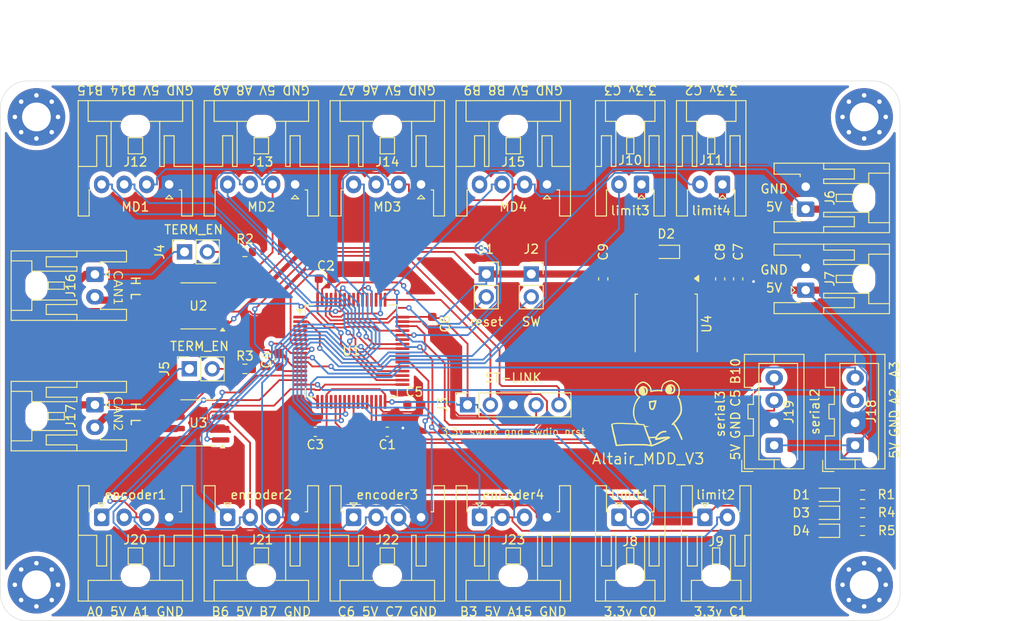
<source format=kicad_pcb>
(kicad_pcb (version 20241229) (generator "pcbnew") (generator_version "9.0")
  (layers (0 "F.Cu" signal) (2 "B.Cu" signal) (13 "F.Paste" user) (15 "B.Paste" user) (5 "F.SilkS" user "F.Silkscreen") (7 "B.SilkS" user "B.Silkscreen") (1 "F.Mask" user) (3 "B.Mask" user) (25 "Edge.Cuts" user))
  (net 0 "")
  (net 1 "Net-(U1-VCAP_1)")
  (net 2 "GND")
  (net 3 "+3.3V")
  (net 4 "+5V")
  (net 5 "Net-(D1-K)")
  (net 6 "LED")
  (net 7 "booto")
  (net 8 "SW")
  (net 9 "SWCLK")
  (net 10 "SWDIO")
  (net 11 "nrst")
  (net 12 "Net-(J4-Pin_2)")
  (net 13 "can1_H")
  (net 14 "Net-(J5-Pin_2)")
  (net 15 "can2_H")
  (net 16 "limitswitch1")
  (net 17 "limitswitch2")
  (net 18 "limitswitch3")
  (net 19 "limitswitch4")
  (net 20 "MD1_A")
  (net 21 "MD1_B")
  (net 22 "MD2_B")
  (net 23 "MD2_A")
  (net 24 "MD3_A")
  (net 25 "MD3_B")
  (net 26 "MD4_B")
  (net 27 "MD4_A")
  (net 28 "can1_L")
  (net 29 "can2_L")
  (net 30 "serial2_tx")
  (net 31 "serial2_rx")
  (net 32 "serial3_rx")
  (net 33 "serial3_tx")
  (net 34 "encoder1_A")
  (net 35 "encoder1_B")
  (net 36 "encoder2_A")
  (net 37 "encoder2_B")
  (net 38 "encoder3_B")
  (net 39 "encoder3_A")
  (net 40 "encoder4_A")
  (net 41 "encoder4_B")
  (net 42 "can1_tx")
  (net 53 "can1_rx")
  (net 54 "can2_tx")
  (net 64 "can2_rx")
  (net 67 "Net-(D3-K)")
  (net 68 "Net-(D4-K)")
  (footprint "Capacitor_SMD:C_0603_1608Metric" (layer "F.Cu") (at 101 71 90)
    (property "Reference" "C4")
    (property "Value" "1uF")
  )
  (footprint "Connector_JST:JST_XA_S04B-XASK-1_1x04_P2.50mm_Horizontal" (layer "F.Cu") (at 102.75 51.5 180)
    (property "Reference" "J13")
    (property "Value" "MD2")
  )
  (footprint "LED_SMD:LED_0603_1608Metric" (layer "F.Cu") (at 161.7875 86 180)
    (property "Reference" "D1")
    (property "Value" "LED")
  )
  (footprint "Connector_PinSocket_2.54mm:PinSocket_1x02_P2.54mm_Vertical" (layer "F.Cu") (at 129 61.46)
    (property "Reference" "J2")
    (property "Value" "SW")
  )
  (footprint "Package_SO:SOIC-8_3.9x4.9mm_P1.27mm" (layer "F.Cu") (at 92 78 180)
    (property "Reference" "U3")
    (property "Value" "MCP2551-I-SN")
  )
  (footprint "Connector_JST:JST_XA_S02B-XASK-1_1x02_P2.50mm_Horizontal" (layer "F.Cu") (at 159.5 54.25 90)
    (property "Reference" "J6")
    (property "Value" "power" (hide yes))
  )
  (footprint "Resistor_SMD:R_0603_1608Metric" (layer "F.Cu") (at 165.825 86 180)
    (property "Reference" "R1")
    (property "Value" "1k")
  )
  (footprint "Diode_SMD:D_0603_1608Metric" (layer "F.Cu") (at 144 59 180)
    (property "Reference" "D2")
    (property "Value" "D")
  )
  (footprint "Resistor_SMD:R_0603_1608Metric" (layer "F.Cu") (at 165.825 90 180)
    (property "Reference" "R5")
    (property "Value" "1k")
  )
  (footprint "Resistor_SMD:R_0603_1608Metric" (layer "F.Cu") (at 165.825 88 180)
    (property "Reference" "R4")
    (property "Value" "1k")
  )
  (footprint "Capacitor_SMD:C_0603_1608Metric" (layer "F.Cu") (at 118 67 -90)
    (property "Reference" "C6")
    (property "Value" "1uF")
  )
  (footprint "LOGO" (layer "F.Cu") (at 143 77)
    (property "Reference" "G***" (hide yes))
    (property "Value" "LOGO" (hide yes))
  )
  (footprint "Connector_JST:JST_XA_S02B-XASK-1_1x02_P2.50mm_Horizontal" (layer "F.Cu") (at 150.25 51.5 180)
    (property "Reference" "J11")
    (property "Value" "limitswitch4" (hide yes))
  )
  (footprint "Capacitor_SMD:C_0603_1608Metric" (layer "F.Cu") (at 113 79 180)
    (property "Reference" "C1")
    (property "Value" "1uF")
  )
  (footprint "Connector_JST:JST_XA_S02B-XASK-1_1x02_P2.50mm_Horizontal" (layer "F.Cu") (at 141.25 51.5 180)
    (property "Reference" "J10")
    (property "Value" "limitswitch3" (hide yes))
  )
  (footprint "Connector_JST:JST_XA_S04B-XASK-1_1x04_P2.50mm_Horizontal" (layer "F.Cu") (at 81.25 88.5)
    (property "Reference" "J20")
    (property "Value" "encoder1")
  )
  (footprint "Connector_JST:JST_XA_S04B-XASK-1_1x04_P2.50mm_Horizontal" (layer "F.Cu") (at 116.75 51.5 180)
    (property "Reference" "J14")
    (property "Value" "MD3")
  )
  (footprint "MountingHole:MountingHole_3.2mm_M3_Pad_Via" (layer "F.Cu") (at 74 44)
    (property "Reference" "H2" (hide yes))
    (property "Value" "MountingHole" (hide yes))
  )
  (footprint "Connector_JST:JST_XA_B04B-XASK-1-A_1x04_P2.50mm_Vertical" (layer "F.Cu") (at 165 80.5 90)
    (property "Reference" "J18")
    (property "Value" "serial2")
  )
  (footprint "Capacitor_SMD:C_0603_1608Metric" (layer "F.Cu") (at 152 62 -90)
    (property "Reference" "C7")
    (property "Value" "47u")
  )
  (footprint "Connector_JST:JST_XA_S04B-XASK-1_1x04_P2.50mm_Horizontal" (layer "F.Cu") (at 123.25 88.5)
    (property "Reference" "J23")
    (property "Value" "encoder4")
  )
  (footprint "Connector_PinSocket_2.54mm:PinSocket_1x02_P2.54mm_Vertical" (layer "F.Cu") (at 90.46 59 90)
    (property "Reference" "J4")
    (property "Value" "TERM_EN")
  )
  (footprint "Capacitor_SMD:C_0603_1608Metric" (layer "F.Cu") (at 105 79 180)
    (property "Reference" "C3")
    (property "Value" "1uF")
  )
  (footprint "Connector_JST:JST_XA_B04B-XASK-1-A_1x04_P2.50mm_Vertical" (layer "F.Cu") (at 156 80.5 90)
    (property "Reference" "J19")
    (property "Value" "serial3")
  )
  (footprint "Connector_PinSocket_2.54mm:PinSocket_1x02_P2.54mm_Vertical" (layer "F.Cu") (at 124 61.46)
    (property "Reference" "J1")
    (property "Value" "reset")
  )
  (footprint "Connector_JST:JST_XA_S02B-XASK-1_1x02_P2.50mm_Horizontal" (layer "F.Cu") (at 148.3 88.5)
    (property "Reference" "J9")
    (property "Value" "limitswitch2" (hide yes))
  )
  (footprint "Connector_JST:JST_XA_S04B-XASK-1_1x04_P2.50mm_Horizontal" (layer "F.Cu") (at 130.75 51.5 180)
    (property "Reference" "J15")
    (property "Value" "MD4")
  )
  (footprint "Package_TO_SOT_SMD:TO-252-2" (layer "F.Cu") (at 144 67 -90)
    (property "Reference" "U4")
    (property "Value" "LP2950-3.3_TO252")
  )
  (footprint "MountingHole:MountingHole_3.2mm_M3_Pad_Via" (layer "F.Cu") (at 74 96)
    (property "Reference" "H1" (hide yes))
    (property "Value" "MountingHole" (hide yes))
  )
  (footprint "Connector_PinSocket_2.54mm:PinSocket_1x02_P2.54mm_Vertical" (layer "F.Cu") (at 91 72 90)
    (property "Reference" "J5")
    (property "Value" "TERM_EN")
  )
  (footprint "Connector_JST:JST_XA_S04B-XASK-1_1x04_P2.50mm_Horizontal" (layer "F.Cu") (at 95.25 88.5)
    (property "Reference" "J21")
    (property "Value" "encoder2")
  )
  (footprint "Connector_JST:JST_XA_S04B-XASK-1_1x04_P2.50mm_Horizontal" (layer "F.Cu") (at 109.25 88.5)
    (property "Reference" "J22")
    (property "Value" "encoder3")
  )
  (footprint "Connector_JST:JST_XA_S02B-XASK-1_1x02_P2.50mm_Horizontal" (layer "F.Cu") (at 138.75 88.5)
    (property "Reference" "J8")
    (property "Value" "limitswitch1" (hide yes))
  )
  (footprint "MountingHole:MountingHole_3.2mm_M3_Pad_Via" (layer "F.Cu") (at 166 96)
    (property "Reference" "H4" (hide yes))
    (property "Value" "MountingHole" (hide yes))
  )
  (footprint "Package_QFP:LQFP-64_10x10mm_P0.5mm" (layer "F.Cu") (at 109 70)
    (property "Reference" "U1")
    (property "Value" "STM32F446RETx")
  )
  (footprint "Capacitor_SMD:C_0603_1608Metric" (layer "F.Cu") (at 106.159 61.976)
    (property "Reference" "C2")
    (property "Value" "1uF")
  )
  (footprint "Connector_JST:JST_XA_S02B-XASK-1_1x02_P2.50mm_Horizontal" (layer "F.Cu") (at 80.5 76 -90)
    (property "Reference" "J17")
    (property "Value" "CAN2" (hide yes))
  )
  (footprint "LED_SMD:LED_0603_1608Metric" (layer "F.Cu") (at 161.7875 88 180)
    (property "Reference" "D3")
    (property "Value" "LED")
  )
  (footprint "Capacitor_SMD:C_0603_1608Metric" (layer "F.Cu") (at 150 62 -90)
    (property "Reference" "C8")
    (property "Value" "0.1u")
  )
  (footprint "Connector_PinSocket_2.54mm:PinSocket_1x05_P2.54mm_Vertical" (layer "F.Cu") (at 121.92 76 90)
    (property "Reference" "J3")
    (property "Value" "ST-LINK")
  )
  (footprint "Connector_JST:JST_XA_S02B-XASK-1_1x02_P2.50mm_Horizontal" (layer "F.Cu") (at 80.5 61.5 -90)
    (property "Reference" "J16")
    (property "Value" "CAN1" (hide yes))
  )
  (footprint "Resistor_SMD:R_0603_1608Metric" (layer "F.Cu") (at 97.175 72)
    (property "Reference" "R3")
    (property "Value" "120")
  )
  (footprint "Package_SO:SOIC-8_3.9x4.9mm_P1.27mm" (layer "F.Cu") (at 92 65 180)
    (property "Reference" "U2")
    (property "Value" "MCP2551-I-SN")
  )
  (footprint "Connector_JST:JST_XA_S04B-XASK-1_1x04_P2.50mm_Horizontal" (layer "F.Cu") (at 88.75 51.5 180)
    (property "Reference" "J12")
    (property "Value" "MD1")
  )
  (footprint "LED_SMD:LED_0603_1608Metric" (layer "F.Cu") (at 161.7875 90 180)
    (property "Reference" "D4")
    (property "Value" "LED")
  )
  (footprint "Capacitor_SMD:C_0603_1608Metric" (layer "F.Cu") (at 137 62 -90)
    (property "Reference" "C9")
    (property "Value" "47u")
  )
  (footprint "Connector_JST:JST_XA_S02B-XASK-1_1x02_P2.50mm_Horizontal" (layer "F.Cu") (at 159.5 63.25 90)
    (property "Reference" "J7")
    (property "Value" "power" (hide yes))
  )
  (footprint "Capacitor_SMD:C_0603_1608Metric" (layer "F.Cu") (at 116 76)
    (property "Reference" "C5")
    (property "Value" "1uF")
  )
  (footprint "MountingHole:MountingHole_3.2mm_M3_Pad_Via" (layer "F.Cu") (at 166 44)
    (property "Reference" "H3" (hide yes))
    (property "Value" "MountingHole" (hide yes))
  )
  (footprint "Resistor_SMD:R_0603_1608Metric" (layer "F.Cu") (at 97.175 59)
    (property "Reference" "R2")
    (property "Value" "120")
  )
  (gr_line (start 73 40) (end 167 40) (stroke (width 0.05)) (layer "Edge.Cuts"))
  (gr_arc (start 70 43) (mid 70.87868 40.87868) (end 73 40) (stroke (width 0.05)) (layer "Edge.Cuts"))
  (gr_arc (start 167 40) (mid 169.12132 40.87868) (end 170 43) (stroke (width 0.05)) (layer "Edge.Cuts"))
  (gr_arc (start 170 97) (mid 169.12132 99.12132) (end 167 100) (stroke (width 0.05)) (layer "Edge.Cuts"))
  (gr_arc (start 73 100) (mid 70.87868 99.12132) (end 70 97) (stroke (width 0.05)) (layer "Edge.Cuts"))
  (gr_line (start 170 43) (end 170 97) (stroke (width 0.05)) (layer "Edge.Cuts"))
  (gr_line (start 167 100) (end 73 100) (stroke (width 0.05)) (layer "Edge.Cuts"))
  (gr_line (start 70 97) (end 70 43) (stroke (width 0.05)) (layer "Edge.Cuts"))
  (gr_text "5V" (at 156 54 0) (layer "F.SilkS") (effects (font (size 1 1))))
  (gr_text "3.3v C0" (at 140 99 0) (layer "F.SilkS") (effects (font (size 1 1))))
  (gr_text "B3 5V A15 GND" (at 127 99 0) (layer "F.SilkS") (effects (font (size 1 1))))
  (gr_text "GND" (at 169.356733 78.062407 90) (layer "F.SilkS") (effects (font (size 1 1))))
  (gr_text "H L" (at 85 77 270) (layer "F.SilkS") (effects (font (size 1 1))))
  (gr_text "limit1" (at 140 86 0) (layer "F.SilkS") (effects (font (size 1 1))))
  (gr_text "GND 5V A6 A7" (at 113 41 180) (layer "F.SilkS") (effects (font (size 1 1))))
  (gr_text "C5" (at 151.703765 75.254375 90) (layer "F.SilkS") (effects (font (size 1 1))))
  (gr_text "Altair_MDD_V3" (at 142 82 0) (layer "F.SilkS") (effects (font (size 1.2 1.2))))
  (gr_text "A2" (at 169.356733 75.062407 90) (layer "F.SilkS") (effects (font (size 1 1))))
  (gr_text "limit4" (at 149 55 0) (layer "F.SilkS") (effects (font (size 1 1)) (justify bottom)))
  (gr_text "GND" (at 156 52 0) (layer "F.SilkS") (effects (font (size 1 1))))
  (gr_text "3.3v C2" (at 149 41 180) (layer "F.SilkS") (effects (font (size 1 1))))
  (gr_text "5V" (at 155.99 63 0) (layer "F.SilkS") (effects (font (size 1 1))))
  (gr_text "GND" (at 151.703765 78.254375 90) (layer "F.SilkS") (effects (font (size 1 1))))
  (gr_text "GND" (at 155.99 61 0) (layer "F.SilkS") (effects (font (size 1 1))))
  (gr_text "CAN2" (at 83 77 270) (layer "F.SilkS") (effects (font (size 1 1) (thickness 0.1))))
  (gr_text "A0 5V A1 GND" (at 85 99 0) (layer "F.SilkS") (effects (font (size 1 1))))
  (gr_text "CAN1" (at 83 63 270) (layer "F.SilkS") (effects (font (size 1 1) (thickness 0.1))))
  (gr_text "3.3v C3" (at 140 41 180) (layer "F.SilkS") (effects (font (size 1 1))))
  (gr_text "H L" (at 85 63 270) (layer "F.SilkS") (effects (font (size 1 1))))
  (gr_text "B6 5V B7 GND" (at 99 99 0) (layer "F.SilkS") (effects (font (size 1 1))))
  (gr_text "A3" (at 169.356733 72.062407 90) (layer "F.SilkS") (effects (font (size 1 1))))
  (gr_text "GND 5V B14 B15" (at 85 41 180) (layer "F.SilkS") (effects (font (size 1 1))))
  (gr_text "3.3v swclk gnd swdio nrst" (at 127 79 0) (layer "F.SilkS") (effects (font (size 0.8 0.8) (thickness 0.1))))
  (gr_text "limit2" (at 149.494195 86 0) (layer "F.SilkS") (effects (font (size 1 1))))
  (gr_text "C6 5V C7 GND" (at 113 99 0) (layer "F.SilkS") (effects (font (size 1 1))))
  (gr_text "B10" (at 151.703765 72.254375 90) (layer "F.SilkS") (effects (font (size 1 1))))
  (gr_text "5V" (at 169.356733 81.062407 90) (layer "F.SilkS") (effects (font (size 1 1))))
  (gr_text "3.3v C1" (at 150 99 0) (layer "F.SilkS") (effects (font (size 1 1))))
  (gr_text "5V" (at 151.703765 81.254375 90) (layer "F.SilkS") (effects (font (size 1 1))))
  (gr_text "GND 5V B8 B9" (at 127 41 180) (layer "F.SilkS") (effects (font (size 1 1))))
  (gr_text "GND 5V A8 A9" (at 99 41 180) (layer "F.SilkS") (effects (font (size 1 1))))
  (gr_text "limit3" (at 140 55 0) (layer "F.SilkS") (effects (font (size 1 1)) (justify bottom)))
  (segment (start 111.75 75.675) (end 111.75 78.525) (width 0.2) (layer "F.Cu") (net 1))
  (segment (start 111.75 78.525) (end 112.225 79) (width 0.2) (layer "F.Cu") (net 1))
  (segment (start 138.2266 64.0016) (end 137 62.775) (width 0.2) (layer "F.Cu") (net 2))
  (segment (start 113.775 76.7835) (end 112.5528 76.7835) (width 0.2) (layer "F.Cu") (net 2))
  (segment (start 105.75 63.16) (end 105.75 64.325) (width 0.2) (layer "F.Cu") (net 2))
  (segment (start 95.8196 69.923) (end 92.8235 66.9268) (width 0.2) (layer "F.Cu") (net 2))
  (segment (start 105.75 75.675) (end 105.75 77.475) (width 0.2) (layer "F.Cu") (net 2))
  (segment (start 102.75 88.5) (end 101.5999 88.5) (width 0.2) (layer "F.Cu") (net 2))
  (segment (start 94.475 65.635) (end 97.7121 65.635) (width 0.2) (layer "F.Cu") (net 2))
  (segment (start 152 62.775) (end 150 62.775) (width 0.2) (layer "F.Cu") (net 2))
  (segment (start 129.5999 88.0687) (end 128.7006 87.1694) (width 0.2) (layer "F.Cu") (net 2))
  (segment (start 166.65 86) (end 167.8155 84.8345) (width 0.2) (layer "F.Cu") (net 2))
  (segment (start 116.75 88.5) (end 117.9001 88.5) (width 0.2) (layer "F.Cu") (net 2))
  (segment (start 101.5999 88.9313) (end 100.7389 89.7923) (width 0.2) (layer "F.Cu") (net 2))
  (segment (start 89.8254 79.905) (end 89.8254 88.5) (width 0.2) (layer "F.Cu") (net 2))
  (segment (start 120.9742 77.1982) (end 125.8018 77.1982) (width 0.2) (layer "F.Cu") (net 2))
  (segment (start 114.675 66.75) (end 116.975 66.75) (width 0.2) (layer "F.Cu") (net 2))
  (segment (start 98.8966 65.9559) (end 104.1058 60.7467) (width 0.2) (layer "F.Cu") (net 2))
  (segment (start 113.775 79) (end 113.8512 79.0762) (width 0.2) (layer "F.Cu") (net 2))
  (segment (start 94.1153 65.635) (end 92.8235 66.9268) (width 0.2) (layer "F.Cu") (net 2))
  (segment (start 153.708 62.2964) (end 152.4786 62.2964) (width 0.2) (layer "F.Cu") (net 2))
  (segment (start 115.9915 76.7835) (end 116.775 76) (width 0.2) (layer "F.Cu") (net 2))
  (segment (start 93.1683 77.7366) (end 90.9999 79.905) (width 0.2) (layer "F.Cu") (net 2))
  (segment (start 166.65 88) (end 166.65 86) (width 0.2) (layer "F.Cu") (net 2))
  (segment (start 118 67.775) (end 119.7802 69.5552) (width 0.2) (layer "F.Cu") (net 2))
  (segment (start 156.21 53.34) (end 157.8 51.75) (width 0.8) (layer "F.Cu") (net 2))
  (segment (start 101 70.225) (end 100.1197 70.225) (width 0.2) (layer "F.Cu") (net 2))
  (segment (start 167.8155 84.8345) (end 167.8155 81.1993) (width 0.2) (layer "F.Cu") (net 2))
  (segment (start 92.8234 66.9269) (end 92.6513 66.9269) (width 0.2) (layer "F.Cu") (net 2))
  (segment (start 102.5179 71.75) (end 101 70.2321) (width 0.2) (layer "F.Cu") (net 2))
  (segment (start 116.975 66.75) (end 118 67.775) (width 0.2) (layer "F.Cu") (net 2))
  (segment (start 88.75 88.5) (end 89.8254 88.5) (width 0.2) (layer "F.Cu") (net 2))
  (segment (start 103.325 71.75) (end 102.5179 71.75) (width 0.2) (layer "F.Cu") (net 2))
  (segment (start 101.9755 76.7505) (end 104.225 79) (width 0.2) (layer "F.Cu") (net 2))
  (segment (start 112.5528 76.7835) (end 112.25 76.4807) (width 0.2) (layer "F.Cu") (net 2))
  (segment (start 159.5 60.75) (end 157.27 60.75) (width 0.8) (layer "F.Cu") (net 2))
  (segment (start 129.0279 79.0762) (end 130.7483 77.3558) (width 0.2) (layer "F.Cu") (net 2))
  (segment (start 128.7006 87.1694) (end 119.2307 87.1694) (width 0.2) (layer "F.Cu") (net 2))
  (segment (start 93.1683 77.032) (end 93.4498 76.7505) (width 0.2) (layer "F.Cu") (net 2))
  (segment (start 129.5999 88.5) (end 129.5999 88.0687) (width 0.2) (layer "F.Cu") (net 2))
  (segment (start 90.9999 79.905) (end 89.8254 79.905) (width 0.2) (layer "F.Cu") (net 2))
  (segment (start 156 78) (end 165 78) (width 0.2) (layer "F.Cu") (net 2))
  (segment (start 90.0328 50.2172) (end 101.4672 50.2172) (width 0.2) (layer "F.Cu") (net 2))
  (segment (start 112.25 76.4807) (end 112.25 75.675) (width 0.2) (layer "F.Cu") (net 2))
  (segment (start 119.7802 76.0042) (end 120.9742 77.1982) (width 0.2) (layer "F.Cu") (net 2))
  (segment (start 152.4786 62.2964) (end 152 62.775) (width 0.2) (layer "F.Cu") (net 2))
  (segment (start 113.775 76.7835) (end 115.9915 76.7835) (width 0.2) (layer "F.Cu") (net 2))
  (segment (start 91.1924 89.7923) (end 89.9001 88.5) (width 0.2) (layer "F.Cu") (net 2))
  (segment (start 129.9745 74.8067) (end 128.1933 74.8067) (width 0.2) (layer "F.Cu") (net 2))
  (segment (start 94.475 78.635) (end 94.0667 78.635) (width 0.2) (layer "F.Cu") (net 2))
  (segment (start 101.4672 50.2172) (end 102.75 51.5) (width 0.2) (layer "F.Cu") (net 2))
  (segment (start 100.7389 89.7923) (end 91.1924 89.7923) (width 0.2) (layer "F.Cu") (net 2))
  (segment (start 150 62.775) (end 148.7734 64.0016) (width 0.2) (layer "F.Cu") (net 2))
  (segment (start 125.8018 77.1982) (end 127 76) (width 0.2) (layer "F.Cu") (net 2))
  (segment (start 113.775 78.5753) (end 113.775 76.7835) (width 0.2) (layer "F.Cu") (net 2))
  (segment (start 165 78) (end 165 79.1501) (width 0.2) (layer "F.Cu") (net 2))
  (segment (start 130.7483 75.5805) (end 129.9745 74.8067) (width 0.2) (layer "F.Cu") (net 2))
  (segment (start 119.2307 87.1694) (end 117.9001 88.5) (width 0.2) (layer "F.Cu") (net 2))
  (segment (start 116.75 51.5) (end 115.4748 50.2248) (width 0.2) (layer "F.Cu") (net 2))
  (segment (start 157.8 51.75) (end 159.5 51.75) (width 0.8) (layer "F.Cu") (net 2))
  (segment (start 115.4748 50.2248) (end 104.0252 50.2248) (width 0.2) (layer "F.Cu") (net 2))
  (segment (start 92.6294 66.905) (end 89.525 66.905) (width 0.2) (layer "F.Cu") (net 2))
  (segment (start 119.7802 69.5552) (end 119.7802 76.0042) (width 0.2) (layer "F.Cu") (net 2))
  (segment (start 128.1933 74.8067) (end 127 76) (width 0.2) (layer "F.Cu") (net 2))
  (segment (start 92.8235 66.9268) (end 92.8234 66.9269) (width 0.2) (layer "F.Cu") (net 2))
  (segment (start 113.775 79) (end 113.775 78.5753) (width 0.2) (layer "F.Cu") (net 2))
  (segment (start 166.65 88) (end 166.65 90) (width 0.2) (layer "F.Cu") (net 2))
  (segment (start 89.525 79.905) (end 89.8254 79.905) (width 0.2) (layer "F.Cu") (net 2))
  (segment (start 93.1683 77.7366) (end 93.1683 77.032) (width 0.2) (layer "F.Cu") (net 2))
  (segment (start 105.75 77.475) (end 104.225 79) (width 0.2) (layer "F.Cu") (net 2))
  (segment (start 144 68.26) (end 144 64.0016) (width 0.2) (layer "F.Cu") (net 2))
  (segment (start 106.934 61.976) (end 105.75 63.16) (width 0.2) (layer "F.Cu") (net 2))
  (segment (start 130.7483 77.3558) (end 130.7483 75.5805) (width 0.2) (layer "F.Cu") (net 2))
  (segment (start 101.5999 88.5) (end 101.5999 88.9313) (width 0.2) (layer "F.Cu") (net 2))
  (segment (start 100.1197 70.225) (end 99.8177 69.923) (width 0.2) (layer "F.Cu") (net 2))
  (segment (start 144 64.0016) (end 138.2266 64.0016) (width 0.2) (layer "F.Cu") (net 2))
  (segment (start 130.75 88.5) (end 129.5999 88.5) (width 0.2) (layer "F.Cu") (net 2))
  (segment (start 94.0667 78.635) (end 93.1683 77.7366) (width 0.2) (layer "F.Cu") (net 2))
  (segment (start 167.8155 81.1993) (end 165.7663 79.1501) (width 0.2) (layer "F.Cu") (net 2))
  (segment (start 157.27 60.75) (end 156.21 59.69) (width 0.8) (layer "F.Cu") (net 2))
  (segment (start 89.8254 88.5) (end 89.9001 88.5) (width 0.2) (layer "F.Cu") (net 2))
  (segment (start 93.4498 76.7505) (end 101.9755 76.7505) (width 0.2) (layer "F.Cu") (net 2))
  (segment (start 113.775 78.5753) (end 114.7303 78.5753) (width 0.2) (layer "F.Cu") (net 2))
  (segment (start 98.033 65.9559) (end 98.8966 65.9559) (width 0.2) (layer "F.Cu") (net 2))
  (segment (start 156.21 59.69) (end 156.21 53.34) (width 0.8) (layer "F.Cu") (net 2))
  (segment (start 99.8177 69.923) (end 95.8196 69.923) (width 0.2) (layer "F.Cu") (net 2))
  (segment (start 101 70.2321) (end 101 70.225) (width 0.2) (layer "F.Cu") (net 2))
  (segment (start 148.7734 64.0016) (end 144 64.0016) (width 0.2) (layer "F.Cu") (net 2))
  (segment (start 94.475 65.635) (end 94.1153 65.635) (width 0.2) (layer "F.Cu") (net 2))
  (segment (start 97.7121 65.635) (end 98.033 65.9559) (width 0.2) (layer "F.Cu") (net 2))
  (segment (start 106.934 60.9897) (end 106.934 61.976) (width 0.2) (layer "F.Cu") (net 2))
  (segment (start 92.6513 66.9269) (end 92.6294 66.905) (width 0.2) (layer "F.Cu") (net 2))
  (segment (start 88.75 51.5) (end 90.0328 50.2172) (width 0.2) (layer "F.Cu") (net 2))
  (segment (start 113.8512 79.0762) (end 129.0279 79.0762) (width 0.2) (layer "F.Cu") (net 2))
  (segment (start 104.0252 50.2248) (end 102.75 51.5) (width 0.2) (layer "F.Cu") (net 2))
  (segment (start 165.7663 79.1501) (end 165 79.1501) (width 0.2) (layer "F.Cu") (net 2))
  (via (at 114.7303 78.5753) (size 0.6) (drill 0.3) (layers "F.Cu" "B.Cu") (net 2))
  (via (at 153.708 62.2964) (size 0.6) (drill 0.3) (layers "F.Cu" "B.Cu") (net 2))
  (via (at 106.934 60.9897) (size 0.6) (drill 0.3) (layers "F.Cu" "B.Cu") (net 2))
  (via (at 104.1058 60.7467) (size 0.6) (drill 0.3) (layers "F.Cu" "B.Cu") (net 2))
  (segment (start 129 78) (end 154.7249 78) (width 0.2) (layer "B.Cu") (net 2))
  (segment (start 116.75 88.5) (end 115.5999 88.5) (width 0.2) (layer "B.Cu") (net 2))
  (segment (start 155.2544 60.75) (end 153.708 62.2964) (width 0.2) (layer "B.Cu") (net 2))
  (segment (start 153.708 62.2964) (end 156.0537 62.2964) (width 0.2) (layer "B.Cu") (net 2))
  (segment (start 158.3117 49.4116) (end 132.8384 49.4116) (width 0.2) (layer "B.Cu") (net 2))
  (segment (start 165 78) (end 165 76.8499) (width 0.2) (layer "B.Cu") (net 2))
  (segment (start 159.5 60.75) (end 155.2544 60.75) (width 0.2) (layer "B.Cu") (net 2))
  (segment (start 132.8384 49.4116) (end 130.75 51.5) (width 0.2) (layer "B.Cu") (net 2))
  (segment (start 103.9001 88.5) (end 105.1808 87.2193) (width 0.2) (layer "B.Cu") (net 2))
  (segment (start 118.4329 49.8171) (end 116.75 51.5) (width 0.2) (layer "B.Cu") (net 2))
  (segment (start 114.7303 87.2193) (end 115.5999 88.0889) (width 0.2) (layer "B.Cu") (net 2))
  (segment (start 159.5 51.75) (end 159.5 50.5999) (width 0.2) (layer "B.Cu") (net 2))
  (segment (start 114.7303 87.2193) (end 114.7303 78.5753) (width 0.2) (layer "B.Cu") (net 2))
  (segment (start 102.75 51.5) (end 102.75 56.8057) (width 0.2) (layer "B.Cu") (net 2))
  (segment (start 156 78) (end 154.7249 78) (width 0.2) (layer "B.Cu") (net 2))
  (segment (start 127 76) (end 129 78) (width 0.2) (layer "B.Cu") (net 2))
  (segment (start 102.75 56.8057) (end 105.3984 59.4541) (width 0.2) (layer "B.Cu") (net 2))
  (segment (start 102.75 88.5) (end 103.9001 88.5) (width 0.2) (layer "B.Cu") (net 2))
  (segment (start 130.75 51.5) (end 129.0671 49.8171) (width 0.2) (layer "B.Cu") (net 2))
  (segment (start 156.0537 62.2964) (end 166.2998 72.5425) (width 0.2) (layer "B.Cu") (net 2))
  (segment (start 115.5999 88.0889) (end 115.5999 88.5) (width 0.2) (layer "B.Cu") (net 2))
  (segment (start 165.4342 76.8499) (end 165 76.8499) (width 0.2) (layer "B.Cu") (net 2))
  (segment (start 105.3984 59.4541) (end 104.1058 60.7467) (width 0.2) (layer "B.Cu") (net 2))
  (segment (start 166.2998 75.9843) (end 165.4342 76.8499) (width 0.2) (layer "B.Cu") (net 2))
  (segment (start 166.2998 72.5425) (end 166.2998 75.9843) (width 0.2) (layer "B.Cu") (net 2))
  (segment (start 159.5 50.5999) (end 158.3117 49.4116) (width 0.2) (layer "B.Cu") (net 2))
  (segment (start 105.3984 59.4541) (end 106.934 60.9897) (width 0.2) (layer "B.Cu") (net 2))
  (segment (start 129.0671 49.8171) (end 118.4329 49.8171) (width 0.2) (layer "B.Cu") (net 2))
  (segment (start 105.1808 87.2193) (end 114.7303 87.2193) (width 0.2) (layer "B.Cu") (net 2))
  (segment (start 100.821 71.775) (end 99.5691 70.5231) (width 0.2) (layer "F.Cu") (net 3))
  (segment (start 143.212 59.7337) (end 143.2125 59.7332) (width 0.2) (layer "F.Cu") (net 3))
  (segment (start 150.25 51.5) (end 150.25 54.22) (width 0.8) (layer "F.Cu") (net 3))
  (segment (start 113.5176 75.675) (end 112.75 75.675) (width 0.2) (layer "F.Cu") (net 3))
  (segment (start 119.0651 66.3573) (end 118.1323 66.3573) (width 0.2) (layer "F.Cu") (net 3))
  (segment (start 141.25 61.49) (end 141.72 61.96) (width 0.8) (layer "F.Cu") (net 3))
  (segment (start 140.985 61.225) (end 141.22 61.46) (width 0.8) (layer "F.Cu") (net 3))
  (segment (start 112.75 74.8325) (end 112.1675 74.25) (width 0.2) (layer "F.Cu") (net 3))
  (segment (start 148.3 88.5) (end 149.5889 87.2111) (width 0.2) (layer "F.Cu") (net 3))
  (segment (start 101 71.775) (end 100.821 71.775) (width 0.2) (layer "F.Cu") (net 3))
  (segment (start 120.3883 58.9984) (end 122.8499 61.46) (width 0.2) (layer "F.Cu") (net 3))
  (segment (start 160.2111 87.2111) (end 161 88) (width 0.2) (layer "F.Cu") (net 3))
  (segment (start 105.25 65.7851) (end 105.25 64.325) (width 0.2) (layer "F.Cu") (net 3))
  (segment (start 121.92 74.8499) (end 121.92 69.2122) (width 0.2) (layer "F.Cu") (net 3))
  (segment (start 129 61.46) (end 141.22 61.46) (width 0.8) (layer "F.Cu") (net 3))
  (segment (start 103.325 72.25) (end 101.475 72.25) (width 0.2) (layer "F.Cu") (net 3))
  (segment (start 98.2815 65.3558) (end 104.6389 58.9984) (width 0.2) (layer "F.Cu") (net 3))
  (segment (start 115.225 76) (end 114.9 75.675) (width 0.2) (layer "F.Cu") (net 3))
  (segment (start 114.675 66.25) (end 113.7323 66.25) (width 0.2) (layer "F.Cu") (net 3))
  (segment (start 141.25 61.49) (end 141.72 61.96) (width 0.8) (layer "F.Cu") (net 3))
  (segment (start 106.849 74.25) (end 106.25 74.849) (width 0.2) (layer "F.Cu") (net 3))
  (segment (start 150.25 54.22) (end 149.86 54.61) (width 0.8) (layer "F.Cu") (net 3))
  (segment (start 124 61.46) (end 122.8499 61.46) (width 0.2) (layer "F.Cu") (net 3))
  (segment (start 106.472 67.0071) (end 105.25 65.7851) (width 0.2) (layer "F.Cu") (net 3))
  (segment (start 105.384 61.976) (end 105.25 62.11) (width 0.2) (layer "F.Cu") (net 3))
  (segment (start 124 61.46) (end 129 61.46) (width 0.8) (layer "F.Cu") (net 3))
  (segment (start 141.25 61.49) (end 141.72 61.96) (width 0.8) (layer "F.Cu") (net 3))
  (segment (start 112.1675 74.25) (end 106.849 74.25) (width 0.2) (layer "F.Cu") (net 3))
  (segment (start 149.5889 87.2111) (end 160.2111 87.2111) (width 0.2) (layer "F.Cu") (net 3))
  (segment (start 143.2125 59.7332) (end 143.2125 59) (width 0.2) (layer "F.Cu") (net 3))
  (segment (start 104.6389 58.9984) (end 120.3883 58.9984) (width 0.2) (layer "F.Cu") (net 3))
  (segment (start 121.92 76) (end 121.92 74.8499) (width 0.2) (layer "F.Cu") (net 3))
  (segment (start 143.79 54.61) (end 141.25 57.15) (width 0.8) (layer "F.Cu") (net 3))
  (segment (start 143.212 59.7337) (end 143.212 60.4675) (width 0.8) (layer "F.Cu") (net 3))
  (segment (start 121.92 69.2122) (end 119.0651 66.3573) (width 0.2) (layer "F.Cu") (net 3))
  (segment (start 106.25 78.525) (end 106.25 75.675) (width 0.2) (layer "F.Cu") (net 3))
  (segment (start 114.9 75.675) (end 113.5176 75.675) (width 0.2) (layer "F.Cu") (net 3))
  (segment (start 101.475 72.25) (end 101 71.775) (width 0.2) (layer "F.Cu") (net 3))
  (segment (start 141.22 61.46) (end 141.25 61.49) (width 0.8) (layer "F.Cu") (net 3))
  (segment (start 108.3484 66.8637) (end 108.205 67.0071) (width 0.2) (layer "F.Cu") (net 3))
  (segment (start 105.775 79) (end 106.25 78.525) (width 0.2) (layer "F.Cu") (net 3))
  (segment (start 143.212 59) (end 143.212 59.7337) (width 0.8) (layer "F.Cu") (net 3))
  (segment (start 114.7 66.225) (end 118 66.225) (width 0.2) (layer "F.Cu") (net 3))
  (segment (start 113.7323 66.25) (end 113.1186 66.8637) (width 0.2) (layer "F.Cu") (net 3))
  (segment (start 106.25 74.849) (end 106.25 75.675) (width 0.2) (layer "F.Cu") (net 3))
  (segment (start 113.1186 66.8637) (end 108.3484 66.8637) (width 0.2) (layer "F.Cu") (net 3))
  (segment (start 141.25 57.15) (end 141.25 61.49) (width 0.8) (layer "F.Cu") (net 3))
  (segment (start 118.1323 66.3573) (end 118 66.225) (width 0.2) (layer "F.Cu") (net 3))
  (segment (start 143.212 60.4675) (end 141.72 61.96) (width 0.8) (layer "F.Cu") (net 3))
  (segment (start 149.86 54.61) (end 143.79 54.61) (width 0.8) (layer "F.Cu") (net 3))
  (segment (start 141.25 51.5) (end 141.25 57.15) (width 0.8) (layer "F.Cu") (net 3))
  (segment (start 108.205 67.0071) (end 106.472 67.0071) (width 0.2) (layer "F.Cu") (net 3))
  (segment (start 105.25 62.11) (end 105.25 64.325) (width 0.2) (layer "F.Cu") (net 3))
  (segment (start 137 61.225) (end 140.985 61.225) (width 0.8) (layer "F.Cu") (net 3))
  (segment (start 114.675 66.25) (end 114.7 66.225) (width 0.2) (layer "F.Cu") (net 3))
  (segment (start 141.22 61.46) (end 141.25 61.49) (width 0.8) (layer "F.Cu") (net 3))
  (segment (start 112.75 75.675) (end 112.75 74.8325) (width 0.2) (layer "F.Cu") (net 3))
  (via (at 113.5176 75.675) (size 0.6) (drill 0.3) (layers "F.Cu" "B.Cu") (net 3))
  (via (at 119.0651 66.3573) (size 0.6) (drill 0.3) (layers "F.Cu" "B.Cu") (net 3))
  (via (at 98.2815 65.3558) (size 0.6) (drill 0.3) (layers "F.Cu" "B.Cu") (net 3))
  (via (at 99.5691 70.5231) (size 0.6) (drill 0.3) (layers "F.Cu" "B.Cu") (net 3))
  (segment (start 121.92 76) (end 120.7699 76) (width 0.2) (layer "B.Cu") (net 3))
  (segment (start 121.92 76) (end 123.0701 76) (width 0.2) (layer "B.Cu") (net 3))
  (segment (start 141.7691 89.7793) (end 142.4087 89.1397) (width 0.2) (layer "B.Cu") (net 3))
  (segment (start 124 61.46) (end 124 62.6101) (width 0.2) (layer "B.Cu") (net 3))
  (segment (start 133.2523 78.746) (end 142.4087 87.9024) (width 0.2) (layer "B.Cu") (net 3))
  (segment (start 120.7699 76) (end 120.4449 75.675) (width 0.2) (layer "B.Cu") (net 3))
  (segment (start 142.4087 88.5) (end 148.3 88.5) (width 0.2) (layer "B.Cu") (net 3))
  (segment (start 140.0293 89.7793) (end 141.7691 89.7793) (width 0.2) (layer "B.Cu") (net 3))
  (segment (start 124 62.6101) (end 122.8123 62.6101) (width 0.2) (layer "B.Cu") (net 3))
  (segment (start 125.5285 78.746) (end 133.2523 78.746) (width 0.2) (layer "B.Cu") (net 3))
  (segment (start 142.4087 87.9024) (end 142.4087 88.5) (width 0.2) (layer "B.Cu") (net 3))
  (segment (start 98.2815 69.2355) (end 98.2815 65.3558) (width 0.2) (layer "B.Cu") (net 3))
  (segment (start 123.0701 76.2876) (end 125.5285 78.746) (width 0.2) (layer "B.Cu") (net 3))
  (segment (start 122.8123 62.6101) (end 119.0651 66.3573) (width 0.2) (layer "B.Cu") (net 3))
  (segment (start 142.4087 89.1397) (end 142.4087 88.5) (width 0.2) (layer "B.Cu") (net 3))
  (segment (start 120.4449 75.675) (end 113.5176 75.675) (width 0.2) (layer "B.Cu") (net 3))
  (segment (start 138.75 88.5) (end 140.0293 89.7793) (width 0.2) (layer "B.Cu") (net 3))
  (segment (start 123.0701 76) (end 123.0701 76.2876) (width 0.2) (layer "B.Cu") (net 3))
  (segment (start 99.5691 70.5231) (end 98.2815 69.2355) (width 0.2) (layer "B.Cu") (net 3))
  (segment (start 100.25 51.5) (end 100.25 52.7751) (width 0.2) (layer "F.Cu") (net 4))
  (segment (start 161.7875 83.7125) (end 161.7875 89.2125) (width 0.2) (layer "F.Cu") (net 4))
  (segment (start 127.9688 90) (end 161 90) (width 0.2) (layer "F.Cu") (net 4))
  (segment (start 144.788 59.7337) (end 144.7875 59.7332) (width 0.2) (layer "F.Cu") (net 4))
  (segment (start 114.25 51.5) (end 115.4001 51.5) (width 0.2) (layer "F.Cu") (net 4))
  (segment (start 152 61.36) (end 150 61.36) (width 0.8) (layer "F.Cu") (net 4))
  (segment (start 94.9196 64.365) (end 100.25 59.0346) (width 0.2) (layer "F.Cu") (net 4))
  (segment (start 161.7875 89.2125) (end 161 90) (width 0.2) (layer "F.Cu") (net 4))
  (segment (start 146.88 61.36) (end 146.28 61.96) (width 0.8) (layer "F.Cu") (net 4))
  (segment (start 115.4001 51.5) (end 115.4001 52.2907) (width 0.2) (layer "F.Cu") (net 4))
  (segment (start 144.788 59) (end 144.788 59.7337) (width 0.8) (layer "F.Cu") (net 4))
  (segment (start 126.9001 88.5) (end 126.9001 88.9313) (width 0.2) (layer "F.Cu") (net 4))
  (segment (start 150 61.36) (end 146.88 61.36) (width 0.8) (layer "F.Cu") (net 4))
  (segment (start 159.5 63.25) (end 157.23 63.25) (width 0.8) (layer "F.Cu") (net 4))
  (segment (start 94.475 64.365) (end 94.9196 64.365) (width 0.2) (layer "F.Cu") (net 4))
  (segment (start 100.25 59.0346) (end 100.25 52.7751) (width 0.2) (layer "F.Cu") (net 4))
  (segment (start 127.0999 51.5) (end 128.25 51.5) (width 0.2) (layer "F.Cu") (net 4))
  (segment (start 97.75 88.5) (end 97.75 80.2168) (width 0.2) (layer "F.Cu") (net 4))
  (segment (start 115.4001 52.2907) (end 116.3594 53.25) (width 0.2) (layer "F.Cu") (net 4))
  (segment (start 155.34 61.36) (end 152 61.36) (width 0.8) (layer "F.Cu") (net 4))
  (segment (start 162.2 54.25) (end 162.56 54.61) (width 0.8) (layer "F.Cu") (net 4))
  (segment (start 125.75 88.5) (end 126.9001 88.5) (width 0.2) (layer "F.Cu") (net 4))
  (segment (start 157.23 63.25) (end 155.34 61.36) (width 0.8) (layer "F.Cu") (net 4))
  (segment (start 162.56 62.23) (end 161.54 63.25) (width 0.8) (layer "F.Cu") (net 4))
  (segment (start 152 61.225) (end 152 61.36) (width 0.2) (layer "F.Cu") (net 4))
  (segment (start 94.8982 77.365) (end 94.475 77.365) (width 0.2) (layer "F.Cu") (net 4))
  (segment (start 144.7875 59.7332) (end 144.7875 59) (width 0.2) (layer "F.Cu") (net 4))
  (segment (start 97.75 80.2168) (end 94.8982 77.365) (width 0.2) (layer "F.Cu") (net 4))
  (segment (start 144.788 60.4675) (end 146.28 61.96) (width 0.8) (layer "F.Cu") (net 4))
  (segment (start 125.8011 53.25) (end 127.0999 51.9512) (width 0.2) (layer "F.Cu") (net 4))
  (segment (start 159.5 54.25) (end 162.2 54.25) (width 0.8) (layer "F.Cu") (net 4))
  (segment (start 116.3594 53.25) (end 125.8011 53.25) (width 0.2) (layer "F.Cu") (net 4))
  (segment (start 162.56 54.61) (end 162.56 62.23) (width 0.8) (layer "F.Cu") (net 4))
  (segment (start 161.54 63.25) (end 159.5 63.25) (width 0.8) (layer "F.Cu") (net 4))
  (segment (start 165 80.5) (end 161.7875 83.7125) (width 0.2) (layer "F.Cu") (net 4))
  (segment (start 127.0999 51.9512) (end 127.0999 51.5) (width 0.2) (layer "F.Cu") (net 4))
  (segment (start 144.788 59.7337) (end 144.788 60.4675) (width 0.8) (layer "F.Cu") (net 4))
  (segment (start 150 61.225) (end 150 61.36) (width 0.2) (layer "F.Cu") (net 4))
  (segment (start 126.9001 88.9313) (end 127.9688 90) (width 0.2) (layer "F.Cu") (net 4))
  (segment (start 129.4001 52.2664) (end 129.4001 51.5) (width 0.2) (layer "B.Cu") (net 4))
  (segment (start 111.8328 49.7817) (end 100.3869 49.7817) (width 0.2) (layer "B.Cu") (net 4))
  (segment (start 84.9001 88.9313) (end 85.7599 89.7911) (width 0.2) (layer "B.Cu") (net 4))
  (segment (start 99.1524 90.2418) (end 109.6244 90.2418) (width 0.2) (layer "B.Cu") (net 4))
  (segment (start 84.9001 88.5) (end 84.9001 88.9313) (width 0.2) (layer "B.Cu") (net 4))
  (segment (start 96.5999 89.2663) (end 96.5999 88.5) (width 0.2) (layer "B.Cu") (net 4))
  (segment (start 166.7499 70.4999) (end 159.5 63.25) (width 0.2) (layer "B.Cu") (net 4))
  (segment (start 97.8399 49.8087) (end 88.325 49.8087) (width 0.2) (layer "B.Cu") (net 4))
  (segment (start 97.4106 88.5) (end 99.1524 90.2418) (width 0.2) (layer "B.Cu") (net 4))
  (segment (start 97.75 88.5) (end 97.4106 88.5) (width 0.2) (layer "B.Cu") (net 4))
  (segment (start 155.0617 49.8117) (end 138.1193 49.8117) (width 0.2) (layer "B.Cu") (net 4))
  (segment (start 111.75 88.5) (end 110.5999 88.5) (width 0.2) (layer "B.Cu") (net 4))
  (segment (start 96.0751 89.7911) (end 96.5999 89.2663) (width 0.2) (layer "B.Cu") (net 4))
  (segment (start 100.25 51.5) (end 99.0999 51.5) (width 0.2) (layer "B.Cu") (net 4))
  (segment (start 109.6244 90.2418) (end 110.5999 89.2663) (width 0.2) (layer "B.Cu") (net 4))
  (segment (start 128.25 51.5) (end 129.4001 51.5) (width 0.2) (layer "B.Cu") (net 4))
  (segment (start 85.7599 89.7911) (end 96.0751 89.7911) (width 0.2) (layer "B.Cu") (net 4))
  (segment (start 114.25 51.5) (end 113.0999 51.5) (width 0.2) (layer "B.Cu") (net 4))
  (segment (start 159.5 54.25) (end 155.0617 49.8117) (width 0.2) (layer "B.Cu") (net 4))
  (segment (start 112.9001 88.5) (end 112.9001 89.0094) (width 0.2) (layer "B.Cu") (net 4))
  (segment (start 113.0999 51.5) (end 113.0999 51.0488) (width 0.2) (layer "B.Cu") (net 4))
  (segment (start 111.75 88.5) (end 112.9001 88.5) (width 0.2) (layer "B.Cu") (net 4))
  (segment (start 99.0999 51.0687) (end 97.8399 49.8087) (width 0.2) (layer "B.Cu") (net 4))
  (segment (start 113.0999 51.0488) (end 111.8328 49.7817) (width 0.2) (layer "B.Cu") (net 4))
  (segment (start 166.7499 78.7501) (end 166.7499 70.4999) (width 0.2) (layer "B.Cu") (net 4))
  (segment (start 100.3869 49.7817) (end 99.0999 51.0687) (width 0.2) (layer "B.Cu") (net 4))
  (segment (start 83.75 88.5) (end 84.9001 88.5) (width 0.2) (layer "B.Cu") (net 4))
  (segment (start 99.0999 51.5) (end 99.0999 51.0687) (width 0.2) (layer "B.Cu") (net 4))
  (segment (start 112.9001 89.0094) (end 114.0843 90.1936) (width 0.2) (layer "B.Cu") (net 4))
  (segment (start 138.1193 49.8117) (end 135.1283 52.8027) (width 0.2) (layer "B.Cu") (net 4))
  (segment (start 86.25 51.5) (end 87.4001 51.5) (width 0.2) (layer "B.Cu") (net 4))
  (segment (start 114.0843 90.1936) (end 123.697 90.1936) (width 0.2) (layer "B.Cu") (net 4))
  (segment (start 125.75 88.5) (end 124.5999 88.5) (width 0.2) (layer "B.Cu") (net 4))
  (segment (start 165 80.5) (end 166.7499 78.7501) (width 0.2) (layer "B.Cu") (net 4))
  (segment (start 165 80.5) (end 156 80.5) (width 0.2) (layer "B.Cu") (net 4))
  (segment (start 135.1283 52.8027) (end 129.9364 52.8027) (width 0.2) (layer "B.Cu") (net 4))
  (segment (start 129.9364 52.8027) (end 129.4001 52.2664) (width 0.2) (layer "B.Cu") (net 4))
  (segment (start 87.4001 50.7336) (end 87.4001 51.5) (width 0.2) (layer "B.Cu") (net 4))
  (segment (start 88.325 49.8087) (end 87.4001 50.7336) (width 0.2) (layer "B.Cu") (net 4))
  (segment (start 97.4106 88.5) (end 96.5999 88.5) (width 0.2) (layer "B.Cu") (net 4))
  (segment (start 124.5999 89.2907) (end 124.5999 88.5) (width 0.2) (layer "B.Cu") (net 4))
  (segment (start 110.5999 89.2663) (end 110.5999 88.5) (width 0.2) (layer "B.Cu") (net 4))
  (segment (start 123.697 90.1936) (end 124.5999 89.2907) (width 0.2) (layer "B.Cu") (net 4))
  (segment (start 165 86) (end 162.575 86) (width 0.2) (layer "F.Cu") (net 5))
  (segment (start 107.25 75.675) (end 107.25 78.0217) (width 0.2) (layer "F.Cu") (net 6))
  (segment (start 107.25 78.0217) (end 115.2283 86) (width 0.2) (layer "F.Cu") (net 6))
  (segment (start 115.2283 86) (end 161 86) (width 0.2) (layer "F.Cu") (net 6))
  (segment (start 114.8144 62.7632) (end 114.4453 62.3941) (width 0.2) (layer "F.Cu") (net 7))
  (segment (start 107.25 62.9329) (end 107.25 64.325) (width 0.2) (layer "F.Cu") (net 7))
  (segment (start 107.7888 62.3941) (end 107.25 62.9329) (width 0.2) (layer "F.Cu") (net 7))
  (segment (start 114.4453 62.3941) (end 107.7888 62.3941) (width 0.2) (layer "F.Cu") (net 7))
  (via (at 114.8144 62.7632) (size 0.6) (drill 0.3) (layers "F.Cu" "B.Cu") (net 7))
  (segment (start 118.8163 66.9917) (end 114.8144 62.9898) (width 0.2) (layer "B.Cu") (net 7))
  (segment (start 121.0083 66.9917) (end 118.8163 66.9917) (width 0.2) (layer "B.Cu") (net 7))
  (segment (start 124 64) (end 121.0083 66.9917) (width 0.2) (layer "B.Cu") (net 7))
  (segment (start 114.8144 62.9898) (end 114.8144 62.7632) (width 0.2) (layer "B.Cu") (net 7))
  (segment (start 103.325 66.75) (end 104.1564 66.75) (width 0.2) (layer "F.Cu") (net 8))
  (segment (start 104.1564 66.75) (end 105.4952 68.0888) (width 0.2) (layer "F.Cu") (net 8))
  (segment (start 105.4952 68.0888) (end 105.4952 69.7125) (width 0.2) (layer "F.Cu") (net 8))
  (via (at 105.4952 69.7125) (size 0.6) (drill 0.3) (layers "F.Cu" "B.Cu") (net 8))
  (segment (start 122.4253 70.5747) (end 113.2852 70.5747) (width 0.2) (layer "B.Cu") (net 8))
  (segment (start 112.1319 71.728) (end 107.5872 71.728) (width 0.2) (layer "B.Cu") (net 8))
  (segment (start 129 64) (end 122.4253 70.5747) (width 0.2) (layer "B.Cu") (net 8))
  (segment (start 105.5717 69.7125) (end 105.4952 69.7125) (width 0.2) (layer "B.Cu") (net 8))
  (segment (start 113.2852 70.5747) (end 112.1319 71.728) (width 0.2) (layer "B.Cu") (net 8))
  (segment (start 107.5872 71.728) (end 105.5717 69.7125) (width 0.2) (layer "B.Cu") (net 8))
  (segment (start 124.46 69.85) (end 118.935 64.325) (width 0.2) (layer "F.Cu") (net 9))
  (segment (start 118.935 64.325) (end 112.75 64.325) (width 0.2) (layer "F.Cu") (net 9))
  (segment (start 124.46 76) (end 124.46 69.85) (width 0.2) (layer "F.Cu") (net 9))
  (segment (start 117.148 68.126) (end 116.272 67.25) (width 0.2) (layer "F.Cu") (net 10))
  (segment (start 129.286 78.232) (end 119.888 78.232) (width 0.2) (layer "F.Cu") (net 10))
  (segment (start 116.272 67.25) (end 114.675 67.25) (width 0.2) (layer "F.Cu") (net 10))
  (segment (start 129.54 76) (end 129.54 77.978) (width 0.2) (layer "F.Cu") (net 10))
  (segment (start 117.148 69.142) (end 117.148 68.126) (width 0.2) (layer "F.Cu") (net 10))
  (segment (start 119.38 77.724) (end 119.38 71.374) (width 0.2) (layer "F.Cu") (net 10))
  (segment (start 129.54 77.978) (end 129.286 78.232) (width 0.2) (layer "F.Cu") (net 10))
  (segment (start 119.888 78.232) (end 119.38 77.724) (width 0.2) (layer "F.Cu") (net 10))
  (segment (start 119.38 71.374) (end 117.148 69.142) (width 0.2) (layer "F.Cu") (net 10))
  (segment (start 125.476 73.66) (end 125.476 69.85) (width 0.2) (layer "F.Cu") (net 11))
  (segment (start 102.249 63.613) (end 102.249 68.9828) (width 0.2) (layer "F.Cu") (net 11))
  (segment (start 102.249 68.9828) (end 102.516 69.25) (width 0.2) (layer "F.Cu") (net 11))
  (segment (start 132.08 76) (end 132.08 74.168) (width 0.2) (layer "F.Cu") (net 11))
  (segment (start 115.062 59.436) (end 106.426 59.436) (width 0.2) (layer "F.Cu") (net 11))
  (segment (start 102.516 69.25) (end 103.325 69.25) (width 0.2) (layer "F.Cu") (net 11))
  (segment (start 125.476 69.85) (end 115.062 59.436) (width 0.2) (layer "F.Cu") (net 11))
  (segment (start 132.08 74.168) (end 131.826 73.914) (width 0.2) (layer "F.Cu") (net 11))
  (segment (start 131.826 73.914) (end 125.73 73.914) (width 0.2) (layer "F.Cu") (net 11))
  (segment (start 106.426 59.436) (end 102.249 63.613) (width 0.2) (layer "F.Cu") (net 11))
  (segment (start 125.73 73.914) (end 125.476 73.66) (width 0.2) (layer "F.Cu") (net 11))
  (segment (start 93 59) (end 96.35 59) (width 0.2) (layer "F.Cu") (net 12))
  (segment (start 77.47 63.5) (end 77.47 64.77) (width 0.8) (layer "F.Cu") (net 13))
  (segment (start 79.47 61.5) (end 77.47 63.5) (width 0.8) (layer "F.Cu") (net 13))
  (segment (start 77.47 64.77) (end 78.335 65.635) (width 0.8) (layer "F.Cu") (net 13))
  (segment (start 80.5 61.5) (end 79.47 61.5) (width 0.8) (layer "F.Cu") (net 13))
  (segment (start 78.335 65.635) (end 89.525 65.635) (width 0.8) (layer "F.Cu") (net 13))
  (segment (start 86.8099 61.5) (end 89.3099 59) (width 0.2) (layer "B.Cu") (net 13))
  (segment (start 90.46 59) (end 89.3099 59) (width 0.2) (layer "B.Cu") (net 13))
  (segment (start 80.5 61.5) (end 86.8099 61.5) (width 0.2) (layer "B.Cu") (net 13))
  (segment (start 93.54 72) (end 96.35 72) (width 0.2) (layer "F.Cu") (net 14))
  (segment (start 80.5 76) (end 78.94 76) (width 0.8) (layer "F.Cu") (net 15))
  (segment (start 77.47 80.01) (end 78.74 81.28) (width 0.8) (layer "F.Cu") (net 15))
  (segment (start 82.55 81.28) (end 85.195 78.635) (width 0.8) (layer "F.Cu") (net 15))
  (segment (start 85.195 78.635) (end 89.525 78.635) (width 0.8) (layer "F.Cu") (net 15))
  (segment (start 78.94 76) (end 77.47 77.47) (width 0.8) (layer "F.Cu") (net 15))
  (segment (start 77.47 77.47) (end 77.47 80.01) (width 0.8) (layer "F.Cu") (net 15))
  (segment (start 78.74 81.28) (end 82.55 81.28) (width 0.8) (layer "F.Cu") (net 15))
  (segment (start 80.5 76) (end 85.8499 76) (width 0.2) (layer "B.Cu") (net 15))
  (segment (start 91 72) (end 89.8499 72) (width 0.2) (layer "B.Cu") (net 15))
  (segment (start 85.8499 76) (end 89.8499 72) (width 0.2) (layer "B.Cu") (net 15))
  (segment (start 103.325 69.75) (end 104.5356 69.75) (width 0.2) (layer "F.Cu") (net 16))
  (segment (start 104.5356 69.75) (end 104.603 69.8174) (width 0.2) (layer "F.Cu") (net 16))
  (via (at 104.603 69.8174) (size 0.6) (drill 0.3) (layers "F.Cu" "B.Cu") (net 16))
  (segment (start 103.9093 75.1241) (end 103.9093 70.5111) (width 0.2) (layer "B.Cu") (net 16))
  (segment (start 110.8034 75.8697) (end 104.6549 75.8697) (width 0.2) (layer "B.Cu") (net 16))
  (segment (start 120.1072 79.242) (end 117.1714 76.3062) (width 0.2) (layer "B.Cu") (net 16))
  (segment (start 111.2399 76.3062) (end 110.8034 75.8697) (width 0.2) (layer "B.Cu") (net 16))
  (segment (start 104.6549 75.8697) (end 103.9093 75.1241) (width 0.2) (layer "B.Cu") (net 16))
  (segment (start 140.0999 88.5) (end 140.0999 87.7093) (width 0.2) (layer "B.Cu") (net 16))
  (segment (start 140.0999 87.7093) (end 131.6326 79.242) (width 0.2) (layer "B.Cu") (net 16))
  (segment (start 103.9093 70.5111) (end 104.603 69.8174) (width 0.2) (layer "B.Cu") (net 16))
  (segment (start 131.6326 79.242) (end 120.1072 79.242) (width 0.2) (layer "B.Cu") (net 16))
  (segment (start 117.1714 76.3062) (end 111.2399 76.3062) (width 0.2) (layer "B.Cu") (net 16))
  (segment (start 141.25 88.5) (end 140.0999 88.5) (width 0.2) (layer "B.Cu") (net 16))
  (segment (start 102.2723 70.25) (end 103.325 70.25) (width 0.2) (layer "F.Cu") (net 17))
  (segment (start 100.0894 69.1946) (end 101.2169 69.1946) (width 0.2) (layer "F.Cu") (net 17))
  (segment (start 101.2169 69.1946) (end 102.2723 70.25) (width 0.2) (layer "F.Cu") (net 17))
  (via (at 100.0894 69.1946) (size 0.6) (drill 0.3) (layers "F.Cu" "B.Cu") (net 17))
  (segment (start 82.5647 87.8811) (end 91.8672 78.5786) (width 0.2) (layer "B.Cu") (net 17))
  (segment (start 100.1692 69.2744) (end 100.0894 69.1946) (width 0.2) (layer "B.Cu") (net 17))
  (segment (start 91.8672 78.5786) (end 92.3623 78.5786) (width 0.2) (layer "B.Cu") (net 17))
  (segment (start 84.1666 90.6738) (end 82.5647 89.0719) (width 0.2) (layer "B.Cu") (net 17))
  (segment (start 150.8 88.5) (end 149.6499 88.5) (width 0.2) (layer "B.Cu") (net 17))
  (segment (start 82.5647 89.0719) (end 82.5647 87.8811) (width 0.2) (layer "B.Cu") (net 17))
  (segment (start 148.2668 90.6738) (end 84.1666 90.6738) (width 0.2) (layer "B.Cu") (net 17))
  (segment (start 100.1692 70.7717) (end 100.1692 69.2744) (width 0.2) (layer "B.Cu") (net 17))
  (segment (start 149.6499 89.2907) (end 148.2668 90.6738) (width 0.2) (layer "B.Cu") (net 17))
  (segment (start 149.6499 88.5) (end 149.6499 89.2907) (width 0.2) (layer "B.Cu") (net 17))
  (segment (start 92.3623 78.5786) (end 100.1692 70.7717) (width 0.2) (layer "B.Cu") (net 17))
  (segment (start 103.325 70.75) (end 104.6593 70.75) (width 0.2) (layer "F.Cu") (net 18))
  (via (at 104.6593 70.75) (size 0.6) (drill 0.3) (layers "F.Cu" "B.Cu") (net 18))
  (segment (start 106.4375 72.5282) (end 104.6593 70.75) (width 0.2) (layer "B.Cu") (net 18))
  (segment (start 113.298 72.5282) (end 106.4375 72.5282) (width 0.2) (layer "B.Cu") (net 18))
  (segment (start 138.75 56.4579) (end 123.833 71.3749) (width 0.2) (layer "B.Cu") (net 18))
  (segment (start 123.833 71.3749) (end 114.4513 71.3749) (width 0.2) (layer "B.Cu") (net 18))
  (segment (start 114.4513 71.3749) (end 113.298 72.5282) (width 0.2) (layer "B.Cu") (net 18))
  (segment (start 138.75 51.5) (end 138.75 56.4579) (width 0.2) (layer "B.Cu") (net 18))
  (segment (start 106.741 71.7305) (end 104.6658 71.7305) (width 0.2) (layer "F.Cu") (net 19))
  (segment (start 104.6658 71.7305) (end 104.1853 71.25) (width 0.2) (layer "F.Cu") (net 19))
  (segment (start 104.1853 71.25) (end 103.325 71.25) (width 0.2) (layer "F.Cu") (net 19))
  (via (at 106.741 71.7305) (size 0.6) (drill 0.3) (layers "F.Cu" "B.Cu") (net 19))
  (segment (start 123.6673 70.9748) (end 113.4511 70.9748) (width 0.2) (layer "B.Cu") (net 19))
  (segment (start 130.6137 64.0284) (end 123.6673 70.9748) (width 0.2) (layer "B.Cu") (net 19))
  (segment (start 146.5999 51.5) (end 145.3118 50.2119) (width 0.2) (layer "B.Cu") (net 19))
  (segment (start 113.4511 70.9748) (end 112.2978 72.1281) (width 0.2) (layer "B.Cu") (net 19))
  (segment (start 145.3118 50.2119) (end 138.285 50.2119) (width 0.2) (layer "B.Cu") (net 19))
  (segment (start 107.1386 72.1281) (end 106.741 71.7305) (width 0.2) (layer "B.Cu") (net 19))
  (segment (start 138.285 50.2119) (end 130.6137 57.8832) (width 0.2) (layer "B.Cu") (net 19))
  (segment (start 130.6137 57.8832) (end 130.6137 64.0284) (width 0.2) (layer "B.Cu") (net 19))
  (segment (start 112.2978 72.1281) (end 107.1386 72.1281) (width 0.2) (layer "B.Cu") (net 19))
  (segment (start 147.75 51.5) (end 146.5999 51.5) (width 0.2) (layer "B.Cu") (net 19))
  (segment (start 108.8192 69.7023) (end 111.8669 72.75) (width 0.2) (layer "F.Cu") (net 20))
  (segment (start 111.8669 72.75) (end 114.675 72.75) (width 0.2) (layer "F.Cu") (net 20))
  (segment (start 108.8192 68.9203) (end 108.8192 69.7023) (width 0.2) (layer "F.Cu") (net 20))
  (via (at 108.8192 68.9203) (size 0.6) (drill 0.3) (layers "F.Cu" "B.Cu") (net 20))
  (segment (start 93.5201 53.5764) (end 104.5502 64.6065) (width 0.2) (layer "B.Cu") (net 20))
  (segment (start 108.6289 66.9901) (end 109.2479 67.6091) (width 0.2) (layer "B.Cu") (net 20))
  (segment (start 86.5253 53.5764) (end 93.5201 53.5764) (width 0.2) (layer "B.Cu") (net 20))
  (segment (start 104.5502 64.6065) (end 107.6513 64.6065) (width 0.2) (layer "B.Cu") (net 20))
  (segment (start 83.75 51.5) (end 84.9001 51.5) (width 0.2) (layer "B.Cu") (net 20))
  (segment (start 84.9001 51.5) (end 84.9001 51.9512) (width 0.2) (layer "B.Cu") (net 20))
  (segment (start 108.6289 65.5841) (end 108.6289 66.9901) (width 0.2) (layer "B.Cu") (net 20))
  (segment (start 107.6513 64.6065) (end 108.6289 65.5841) (width 0.2) (layer "B.Cu") (net 20))
  (segment (start 84.9001 51.9512) (end 86.5253 53.5764) (width 0.2) (layer "B.Cu") (net 20))
  (segment (start 109.2479 68.4916) (end 108.8192 68.9203) (width 0.2) (layer "B.Cu") (net 20))
  (segment (start 109.2479 67.6091) (end 109.2479 68.4916) (width 0.2) (layer "B.Cu") (net 20))
  (segment (start 109.4587 69.776) (end 111.9327 72.25) (width 0.2) (layer "F.Cu") (net 21))
  (segment (start 109.4587 68.6558) (end 109.4587 69.776) (width 0.2) (layer "F.Cu") (net 21))
  (segment (start 108.6477 67.9788) (end 108.7817 67.9788) (width 0.2) (layer "F.Cu") (net 21))
  (segment (start 108.7817 67.9788) (end 109.4587 68.6558) (width 0.2) (layer "F.Cu") (net 21))
  (segment (start 111.9327 72.25) (end 114.675 72.25) (width 0.2) (layer "F.Cu") (net 21))
  (via (at 108.6477 67.9788) (size 0.6) (drill 0.3) (layers "F.Cu" "B.Cu") (net 21))
  (segment (start 108.2288 65.7498) (end 108.2288 67.4388) (width 0.2) (layer "B.Cu") (net 21))
  (segment (start 82.4001 51.5) (end 82.4001 51.9512) (width 0.2) (layer "B.Cu") (net 21))
  (segment (start 108.2288 67.4388) (end 108.6477 67.8577) (width 0.2) (layer "B.Cu") (net 21))
  (segment (start 94.1908 54.8129) (end 104.3845 65.0066) (width 0.2) (layer "B.Cu") (net 21))
  (segment (start 107.4856 65.0066) (end 108.2288 65.7498) (width 0.2) (layer "B.Cu") (net 21))
  (segment (start 104.3845 65.0066) (end 107.4856 65.0066) (width 0.2) (layer "B.Cu") (net 21))
  (segment (start 81.25 51.5) (end 82.4001 51.5) (width 0.2) (layer "B.Cu") (net 21))
  (segment (start 108.6477 67.8577) (end 108.6477 67.9788) (width 0.2) (layer "B.Cu") (net 21))
  (segment (start 82.4001 51.9512) (end 85.2618 54.8129) (width 0.2) (layer "B.Cu") (net 21))
  (segment (start 85.2618 54.8129) (end 94.1908 54.8129) (width 0.2) (layer "B.Cu") (net 21))
  (segment (start 114.675 69.25) (end 111.4788 69.25) (width 0.2) (layer "F.Cu") (net 22))
  (segment (start 111.4788 69.25) (end 110.6482 68.4194) (width 0.2) (layer "F.Cu") (net 22))
  (via (at 110.6482 68.4194) (size 0.6) (drill 0.3) (layers "F.Cu" "B.Cu") (net 22))
  (segment (start 105.8203 61.6439) (end 109.4291 65.2527) (width 0.2) (layer "B.Cu") (net 22))
  (segment (start 104.1188 61.6439) (end 105.8203 61.6439) (width 0.2) (layer "B.Cu") (net 22))
  (segment (start 109.4291 66.6587) (end 110.6482 67.8778) (width 0.2) (layer "B.Cu") (net 22))
  (segment (start 109.4291 65.2527) (end 109.4291 66.6587) (width 0.2) (layer "B.Cu") (net 22))
  (segment (start 110.6482 67.8778) (end 110.6482 68.4194) (width 0.2) (layer "B.Cu") (net 22))
  (segment (start 95.25 52.7751) (end 104.1188 61.6439) (width 0.2) (layer "B.Cu") (net 22))
  (segment (start 95.25 51.5) (end 95.25 52.7751) (width 0.2) (layer "B.Cu") (net 22))
  (segment (start 109.848 68.1965) (end 109.848 68.4678) (width 0.2) (layer "F.Cu") (net 23))
  (segment (start 109.848 68.4678) (end 111.1302 69.75) (width 0.2) (layer "F.Cu") (net 23))
  (segment (start 111.1302 69.75) (end 114.675 69.75) (width 0.2) (layer "F.Cu") (net 23))
  (via (at 109.848 68.1965) (size 0.6) (drill 0.3) (layers "F.Cu" "B.Cu") (net 23))
  (segment (start 109.029 65.4184) (end 109.029 66.8244) (width 0.2) (layer "B.Cu") (net 23))
  (segment (start 95.7401 50.2089) (end 94.7472 50.2089) (width 0.2) (layer "B.Cu") (net 23))
  (segment (start 94.7472 50.2089) (end 94.0685 50.8876) (width 0.2) (layer "B.Cu") (net 23))
  (segment (start 109.029 66.8244) (end 109.848 67.6434) (width 0.2) (layer "B.Cu") (net 23))
  (segment (start 94.0685 50.8876) (end 94.0685 52.1594) (width 0.2) (layer "B.Cu") (net 23))
  (segment (start 97.75 51.5) (end 96.5999 51.5) (width 0.2) (layer "B.Cu") (net 23))
  (segment (start 96.5999 51.5) (end 96.5999 51.0687) (width 0.2) (layer "B.Cu") (net 23))
  (segment (start 107.817 64.2064) (end 109.029 65.4184) (width 0.2) (layer "B.Cu") (net 23))
  (segment (start 96.5999 51.0687) (end 95.7401 50.2089) (width 0.2) (layer "B.Cu") (net 23))
  (segment (start 109.848 67.6434) (end 109.848 68.1965) (width 0.2) (layer "B.Cu") (net 23))
  (segment (start 106.1155 64.2064) (end 107.817 64.2064) (width 0.2) (layer "B.Cu") (net 23))
  (segment (start 94.0685 52.1594) (end 106.1155 64.2064) (width 0.2) (layer "B.Cu") (net 23))
  (segment (start 107.75 77.606) (end 107.8774 77.7334) (width 0.2) (layer "F.Cu") (net 24))
  (segment (start 107.75 75.675) (end 107.75 77.606) (width 0.2) (layer "F.Cu") (net 24))
  (via (at 107.8774 77.7334) (size 0.6) (drill 0.3) (layers "F.Cu" "B.Cu") (net 24))
  (segment (start 110.2685 66.3665) (end 111.7076 67.8056) (width 0.2) (layer "B.Cu") (net 24))
  (segment (start 108.7999 50.1818) (end 108.071 50.9107) (width 0.2) (layer "B.Cu") (net 24))
  (segment (start 106.0851 68.2735) (end 104.1335 68.2735) (width 0.2) (layer "B.Cu") (net 24))
  (segment (start 104.1335 68.2735) (end 102.5502 69.8568) (width 0.2) (layer "B.Cu") (net 24))
  (segment (start 102.5502 69.8568) (end 102.5502 75.5561) (width 0.2) (layer "B.Cu") (net 24))
  (segment (start 108.071 50.9107) (end 108.071 61.692) (width 0.2) (layer "B.Cu") (net 24))
  (segment (start 110.4318 50.1818) (end 108.7999 50.1818) (width 0.2) (layer "B.Cu") (net 24))
  (segment (start 108.071 61.692) (end 110.2685 63.8895) (width 0.2) (layer "B.Cu") (net 24))
  (segment (start 111.7076 67.8056) (end 111.7076 69.2932) (width 0.2) (layer "B.Cu") (net 24))
  (segment (start 110.4731 70.5277) (end 108.3393 70.5277) (width 0.2) (layer "B.Cu") (net 24))
  (segment (start 102.5502 75.5561) (end 104.7275 77.7334) (width 0.2) (layer "B.Cu") (net 24))
  (segment (start 108.3393 70.5277) (end 106.0851 68.2735) (width 0.2) (layer "B.Cu") (net 24))
  (segment (start 111.75 51.5) (end 110.4318 50.1818) (width 0.2) (layer "B.Cu") (net 24))
  (segment (start 111.7076 69.2932) (end 110.4731 70.5277) (width 0.2) (layer "B.Cu") (net 24))
  (segment (start 110.2685 63.8895) (end 110.2685 66.3665) (width 0.2) (layer "B.Cu") (net 24))
  (segment (start 104.7275 77.7334) (end 107.8774 77.7334) (width 0.2) (layer "B.Cu") (net 24))
  (segment (start 108.25 76.9125) (end 108.3568 77.0193) (width 0.2) (layer "F.Cu") (net 25))
  (segment (start 108.25 75.675) (end 108.25 76.9125) (width 0.2) (layer "F.Cu") (net 25))
  (via (at 108.3568 77.0193) (size 0.6) (drill 0.3) (layers "F.Cu" "B.Cu") (net 25))
  (segment (start 104.6305 77.0193) (end 108.3568 77.0193) (width 0.2) (layer "B.Cu") (net 25))
  (segment (start 112.1259 69.4407) (end 110.6388 70.9278) (width 0.2) (layer "B.Cu") (net 25))
  (segment (start 109.25 51.5) (end 110.4001 51.5) (width 0.2) (layer "B.Cu") (net 25))
  (segment (start 110.8099 63.865) (end 110.8099 66.3421) (width 0.2) (layer "B.Cu") (net 25))
  (segment (start 110.8099 66.3421) (end 112.1259 67.6581) (width 0.2) (layer "B.Cu") (net 25))
  (segment (start 105.9194 68.6736) (end 104.2992 68.6736) (width 0.2) (layer "B.Cu") (net 25))
  (segment (start 103.0015 69.9713) (end 103.0015 75.3903) (width 0.2) (layer "B.Cu") (net 25))
  (segment (start 110.4001 51.5) (end 110.4001 62.6265) (width 0.2) (layer "B.Cu") (net 25))
  (segment (start 110.6388 70.9278) (end 108.1736 70.9278) (width 0.2) (layer "B.Cu") (net 25))
  (segment (start 110.2809 62.7457) (end 110.2809 63.336) (width 0.2) (layer "B.Cu") (net 25))
  (segment (start 112.1259 67.6581) (end 112.1259 69.4407) (width 0.2) (layer "B.Cu") (net 25))
  (segment (start 108.1736 70.9278) (end 105.9194 68.6736) (width 0.2) (layer "B.Cu") (net 25))
  (segment (start 104.2992 68.6736) (end 103.0015 69.9713) (width 0.2) (layer "B.Cu") (net 25))
  (segment (start 110.4001 62.6265) (end 110.2809 62.7457) (width 0.2) (layer "B.Cu") (net 25))
  (segment (start 103.0015 75.3903) (end 104.6305 77.0193) (width 0.2) (layer "B.Cu") (net 25))
  (segment (start 110.2809 63.336) (end 110.8099 63.865) (width 0.2) (layer "B.Cu") (net 25))
  (segment (start 108.0393 66.607) (end 106.6792 66.607) (width 0.2) (layer "F.Cu") (net 26))
  (segment (start 112.9402 66.4541) (end 108.1922 66.4541) (width 0.2) (layer "F.Cu") (net 26))
  (segment (start 108.1922 66.4541) (end 108.0393 66.607) (width 0.2) (layer "F.Cu") (net 26))
  (segment (start 106.1557 66.0835) (end 106.1557 65.2736) (width 0.2) (layer "F.Cu") (net 26))
  (segment (start 106.25 65.1793) (end 106.25 64.325) (width 0.2) (layer "F.Cu") (net 26))
  (segment (start 115.3965 65.2216) (end 114.1727 65.2216) (width 0.2) (layer "F.Cu") (net 26))
  (segment (start 114.1727 65.2216) (end 112.9402 66.4541) (width 0.2) (layer "F.Cu") (net 26))
  (segment (start 106.6792 66.607) (end 106.1557 66.0835) (width 0.2) (layer "F.Cu") (net 26))
  (segment (start 106.1557 65.2736) (end 106.25 65.1793) (width 0.2) (layer "F.Cu") (net 26))
  (via (at 115.3965 65.2216) (size 0.6) (drill 0.3) (layers "F.Cu" "B.Cu") (net 26))
  (segment (start 122.8253 58.8146) (end 123.201 59.1903) (width 0.2) (layer "B.Cu") (net 26))
  (segment (start 125.1727 60.4194) (end 125.1727 64.4547) (width 0.2) (layer "B.Cu") (net 26))
  (segment (start 125.1727 64.4547) (end 122.2322 67.3952) (width 0.2) (layer "B.Cu") (net 26))
  (segment (start 126.9088 54.234) (end 122.8253 58.3175) (width 0.2) (layer "B.Cu") (net 26))
  (segment (start 123.25 51.5) (end 124.5328 50.2172) (width 0.2) (layer "B.Cu") (net 26))
  (segment (start 123.201 59.1903) (end 123.9436 59.1903) (width 0.2) (layer "B.Cu") (net 26))
  (segment (start 126.2701 50.2172) (end 126.9088 50.8559) (width 0.2) (layer "B.Cu") (net 26))
  (segment (start 122.8253 58.3175) (end 122.8253 58.8146) (width 0.2) (layer "B.Cu") (net 26))
  (segment (start 123.9436 59.1903) (end 125.1727 60.4194) (width 0.2) (layer "B.Cu") (net 26))
  (segment (start 124.5328 50.2172) (end 126.2701 50.2172) (width 0.2) (layer "B.Cu") (net 26))
  (segment (start 122.2322 67.3952) (end 117.5701 67.3952) (width 0.2) (layer "B.Cu") (net 26))
  (segment (start 126.9088 50.8559) (end 126.9088 54.234) (width 0.2) (layer "B.Cu") (net 26))
  (segment (start 117.5701 67.3952) (end 115.3965 65.2216) (width 0.2) (layer "B.Cu") (net 26))
  (segment (start 106.8863 66.2069) (end 106.6057 65.9263) (width 0.2) (layer "F.Cu") (net 27))
  (segment (start 108.2306 65.8499) (end 107.8736 66.2069) (width 0.2) (layer "F.Cu") (net 27))
  (segment (start 112.2343 65.8499) (end 108.2306 65.8499) (width 0.2) (layer "F.Cu") (net 27))
  (segment (start 106.6057 65.9263) (end 106.6057 65.3894) (width 0.2) (layer "F.Cu") (net 27))
  (segment (start 106.6057 65.3894) (end 106.75 65.2451) (width 0.2) (layer "F.Cu") (net 27))
  (segment (start 106.75 65.2451) (end 106.75 64.325) (width 0.2) (layer "F.Cu") (net 27))
  (segment (start 107.8736 66.2069) (end 106.8863 66.2069) (width 0.2) (layer "F.Cu") (net 27))
  (via (at 112.2343 65.8499) (size 0.6) (drill 0.3) (layers "F.Cu" "B.Cu") (net 27))
  (segment (start 112.2344 64.4498) (end 112.2344 65.8499) (width 0.2) (layer "B.Cu") (net 27))
  (segment (start 124.5999 52.0843) (end 112.2344 64.4498) (width 0.2) (layer "B.Cu") (net 27))
  (segment (start 112.2344 65.8499) (end 112.2343 65.8499) (width 0.2) (layer "B.Cu") (net 27))
  (segment (start 125.75 51.5) (end 124.5999 51.5) (width 0.2) (layer "B.Cu") (net 27))
  (segment (start 124.5999 51.5) (end 124.5999 52.0843) (width 0.2) (layer "B.Cu") (net 27))
  (segment (start 89.525 64.365) (end 90.193 64.365) (width 0.2) (layer "F.Cu") (net 28))
  (segment (start 97.1663 59.8337) (end 98 59) (width 0.2) (layer "F.Cu") (net 28))
  (segment (start 90.193 64.365) (end 94.7243 59.8337) (width 0.2) (layer "F.Cu") (net 28))
  (segment (start 94.7243 59.8337) (end 97.1663 59.8337) (width 0.2) (layer "F.Cu") (net 28))
  (segment (start 80.865 64.365) (end 80.5 64) (width 0.8) (layer "F.Cu") (net 28))
  (segment (start 89.525 64.365) (end 80.865 64.365) (width 0.8) (layer "F.Cu") (net 28))
  (segment (start 81.635 77.365) (end 89.525 77.365) (width 0.8) (layer "F.Cu") (net 29))
  (segment (start 89.9264 77.365) (end 89.525 77.365) (width 0.2) (layer "F.Cu") (net 29))
  (segment (start 93.4555 73.7487) (end 91.6029 75.6013) (width 0.2) (layer "F.Cu") (net 29))
  (segment (start 96.2513 73.7487) (end 93.4555 73.7487) (width 0.2) (layer "F.Cu") (net 29))
  (segment (start 91.6029 75.6885) (end 89.9264 77.365) (width 0.2) (layer "F.Cu") (net 29))
  (segment (start 80.5 78.5) (end 81.635 77.365) (width 0.8) (layer "F.Cu") (net 29))
  (segment (start 91.6029 75.6013) (end 91.6029 75.6885) (width 0.2) (layer "F.Cu") (net 29))
  (segment (start 98 72) (end 96.2513 73.7487) (width 0.2) (layer "F.Cu") (net 29))
  (segment (start 103.325 73.75) (end 105.2391 73.75) (width 0.2) (layer "F.Cu") (net 30))
  (via (at 105.2391 73.75) (size 0.6) (drill 0.3) (layers "F.Cu" "B.Cu") (net 30))
  (segment (start 165 74.3499) (end 105.839 74.3499) (width 0.2) (layer "B.Cu") (net 30))
  (segment (start 105.839 74.3499) (end 105.2391 73.75) (width 0.2) (layer "B.Cu") (net 30))
  (segment (start 165 75.5) (end 165 74.3499) (width 0.2) (layer "B.Cu") (net 30))
  (segment (start 104.5254 74.9504) (end 104.5254 74.8694) (width 0.2) (layer "F.Cu") (net 31))
  (segment (start 105.25 75.675) (end 104.5254 74.9504) (width 0.2) (layer "F.Cu") (net 31))
  (via (at 104.5254 74.8694) (size 0.6) (drill 0.3) (layers "F.Cu" "B.Cu") (net 31))
  (segment (start 105.2041 72.9283) (end 113.4637 72.9283) (width 0.2) (layer "B.Cu") (net 31))
  (segment (start 113.4637 72.9283) (end 114.5421 71.8499) (width 0.2) (layer "B.Cu") (net 31))
  (segment (start 104.5254 73.607) (end 105.2041 72.9283) (width 0.2) (layer "B.Cu") (net 31))
  (segment (start 114.5421 71.8499) (end 165 71.8499) (width 0.2) (layer "B.Cu") (net 31))
  (segment (start 165 73) (end 165 71.8499) (width 0.2) (layer "B.Cu") (net 31))
  (segment (start 104.5254 74.8694) (end 104.5254 73.607) (width 0.2) (layer "B.Cu") (net 31))
  (segment (start 111.5964 80.2359) (end 109.25 77.8895) (width 0.2) (layer "F.Cu") (net 32))
  (segment (start 156 75.5) (end 156 76.6501) (width 0.2) (layer "F.Cu") (net 32))
  (segment (start 151.2641 80.2359) (end 111.5964 80.2359) (width 0.2) (layer "F.Cu") (net 32))
  (segment (start 156 76.6501) (end 154.8499 76.6501) (width 0.2) (layer "F.Cu") (net 32))
  (segment (start 154.8499 76.6501) (end 151.2641 80.2359) (width 0.2) (layer "F.Cu") (net 32))
  (segment (start 109.25 77.8895) (end 109.25 75.675) (width 0.2) (layer "F.Cu") (net 32))
  (segment (start 111.7629 79.8358) (end 148.5985 79.8358) (width 0.2) (layer "F.Cu") (net 33))
  (segment (start 111.25 75.675) (end 111.25 79.3229) (width 0.2) (layer "F.Cu") (net 33))
  (segment (start 154.2842 74.1501) (end 156 74.1501) (width 0.2) (layer "F.Cu") (net 33))
  (segment (start 111.25 79.3229) (end 111.7629 79.8358) (width 0.2) (layer "F.Cu") (net 33))
  (segment (start 156 73) (end 156 74.1501) (width 0.2) (layer "F.Cu") (net 33))
  (segment (start 148.5985 79.8358) (end 154.2842 74.1501) (width 0.2) (layer "F.Cu") (net 33))
  (segment (start 98.4335 72.75) (end 103.325 72.75) (width 0.2) (layer "F.Cu") (net 34))
  (segment (start 96.5586 74.6249) (end 98.4335 72.75) (width 0.2) (layer "F.Cu") (net 34))
  (segment (start 94.6431 74.6249) (end 96.5586 74.6249) (width 0.2) (layer "F.Cu") (net 34))
  (via (at 94.6431 74.6249) (size 0.6) (drill 0.3) (layers "F.Cu" "B.Cu") (net 34))
  (segment (start 81.25 88.5) (end 94.6431 75.1069) (width 0.2) (layer "B.Cu") (net 34))
  (segment (start 94.6431 75.1069) (end 94.6431 74.6249) (width 0.2) (layer "B.Cu") (net 34))
  (segment (start 98.7828 75.4738) (end 101.0066 73.25) (width 0.2) (layer "F.Cu") (net 35))
  (segment (start 83.7316 86.7004) (end 82.1886 86.7004) (width 0.2) (layer "F.Cu") (net 35))
  (segment (start 85.0999 88.5) (end 85.0999 88.0687) (width 0.2) (layer "F.Cu") (net 35))
  (segment (start 101.0066 73.25) (end 103.325 73.25) (width 0.2) (layer "F.Cu") (net 35))
  (segment (start 92.579 75.4738) (end 98.7828 75.4738) (width 0.2) (layer "F.Cu") (net 35))
  (segment (start 85.0999 88.0687) (end 83.7316 86.7004) (width 0.2) (layer "F.Cu") (net 35))
  (segment (start 86.25 88.5) (end 85.0999 88.5) (width 0.2) (layer "F.Cu") (net 35))
  (via (at 82.1886 86.7004) (size 0.6) (drill 0.3) (layers "F.Cu" "B.Cu") (net 35))
  (via (at 92.579 75.4738) (size 0.6) (drill 0.3) (layers "F.Cu" "B.Cu") (net 35))
  (segment (start 82.1886 85.8642) (end 92.579 75.4738) (width 0.2) (layer "B.Cu") (net 35))
  (segment (start 82.1886 86.7004) (end 82.1886 85.8642) (width 0.2) (layer "B.Cu") (net 35))
  (segment (start 108.25 65.1527) (end 107.796 65.6067) (width 0.2) (layer "F.Cu") (net 36))
  (segment (start 107.796 65.6067) (end 107.237 65.6067) (width 0.2) (layer "F.Cu") (net 36))
  (segment (start 108.25 64.325) (end 108.25 65.1527) (width 0.2) (layer "F.Cu") (net 36))
  (via (at 107.237 65.6067) (size 0.6) (drill 0.3) (layers "F.Cu" "B.Cu") (net 36))
  (segment (start 92.3623 79.1444) (end 100.5693 70.9374) (width 0.2) (layer "B.Cu") (net 36))
  (segment (start 104.5371 65.6067) (end 107.237 65.6067) (width 0.2) (layer "B.Cu") (net 36))
  (segment (start 100.5693 69.5745) (end 104.5371 65.6067) (width 0.2) (layer "B.Cu") (net 36))
  (segment (start 92.3623 85.6123) (end 92.3623 79.1444) (width 0.2) (layer "B.Cu") (net 36))
  (segment (start 95.25 88.5) (end 92.3623 85.6123) (width 0.2) (layer "B.Cu") (net 36))
  (segment (start 100.5693 70.9374) (end 100.5693 69.5745) (width 0.2) (layer "B.Cu") (net 36))
  (segment (start 107.75 64.325) (end 107.75 63.3354) (width 0.2) (layer "F.Cu") (net 37))
  (segment (start 107.75 63.3354) (end 108.0586 63.0268) (width 0.2) (layer "F.Cu") (net 37))
  (via (at 108.0586 63.0268) (size 0.6) (drill 0.3) (layers "F.Cu" "B.Cu") (net 37))
  (segment (start 106.2508 67.8734) (end 108.505 70.1276) (width 0.2) (layer "B.Cu") (net 37))
  (segment (start 111.2559 67.9197) (end 109.8683 66.5321) (width 0.2) (layer "B.Cu") (net 37))
  (segment (start 100.25 88.5) (end 101.4001 88.5) (width 0.2) (layer "B.Cu") (net 37))
  (segment (start 101.7696 70.0716) (end 103.9678 67.8734) (width 0.2) (layer "B.Cu") (net 37))
  (segment (start 111.2559 69.1791) (end 111.2559 67.9197) (width 0.2) (layer "B.Cu") (net 37))
  (segment (start 108.505 70.1276) (end 110.3074 70.1276) (width 0.2) (layer "B.Cu") (net 37))
  (segment (start 110.3074 70.1276) (end 111.2559 69.1791) (width 0.2) (layer "B.Cu") (net 37))
  (segment (start 109.8683 66.5321) (end 109.8683 64.8365) (width 0.2) (layer "B.Cu") (net 37))
  (segment (start 103.9678 67.8734) (end 106.2508 67.8734) (width 0.2) (layer "B.Cu") (net 37))
  (segment (start 101.4001 88.5) (end 101.4001 71.804) (width 0.2) (layer "B.Cu") (net 37))
  (segment (start 101.4001 71.804) (end 101.7696 71.4345) (width 0.2) (layer "B.Cu") (net 37))
  (segment (start 109.8683 64.8365) (end 108.0586 63.0268) (width 0.2) (layer "B.Cu") (net 37))
  (segment (start 101.7696 71.4345) (end 101.7696 70.0716) (width 0.2) (layer "B.Cu") (net 37))
  (segment (start 117.5717 73.34) (end 117.5717 77.4278) (width 0.2) (layer "F.Cu") (net 38))
  (segment (start 114.675 71.25) (end 115.4817 71.25) (width 0.2) (layer "F.Cu") (net 38))
  (segment (start 115.4817 71.25) (end 117.5717 73.34) (width 0.2) (layer "F.Cu") (net 38))
  (segment (start 117.5717 77.4278) (end 117.2018 77.7977) (width 0.2) (layer "F.Cu") (net 38))
  (via (at 117.2018 77.7977) (size 0.6) (drill 0.3) (layers "F.Cu" "B.Cu") (net 38))
  (segment (start 117.9309 89.0751) (end 117.9309 79.4972) (width 0.2) (layer "B.Cu") (net 38))
  (segment (start 117.9309 79.4972) (end 117.2018 78.7681) (width 0.2) (layer "B.Cu") (net 38))
  (segment (start 117.2018 78.7681) (end 117.2018 77.7977) (width 0.2) (layer "B.Cu") (net 38))
  (segment (start 117.2125 89.7935) (end 117.9309 89.0751) (width 0.2) (layer "B.Cu") (net 38))
  (segment (start 114.25 88.5) (end 115.5435 89.7935) (width 0.2) (layer "B.Cu") (net 38))
  (segment (start 115.5435 89.7935) (end 117.2125 89.7935) (width 0.2) (layer "B.Cu") (net 38))
  (segment (start 110.0588 69.5275) (end 112.2813 71.75) (width 0.2) (layer "F.Cu") (net 39))
  (segment (start 112.2813 71.75) (end 114.675 71.75) (width 0.2) (layer "F.Cu") (net 39))
  (via (at 110.0588 69.5275) (size 0.6) (drill 0.3) (layers "F.Cu" "B.Cu") (net 39))
  (segment (start 106.4649 67.4733) (end 108.5191 69.5275) (width 0.2) (layer "B.Cu") (net 39))
  (segment (start 101.3695 71.2688) (end 101.3695 69.9059) (width 0.2) (layer "B.Cu") (net 39))
  (segment (start 99.0843 89.1494) (end 99.0843 73.554) (width 0.2) (layer "B.Cu") (net 39))
  (segment (start 99.7503 89.8154) (end 99.0843 89.1494) (width 0.2) (layer "B.Cu") (net 39))
  (segment (start 108.5191 69.5275) (end 110.0588 69.5275) (width 0.2) (layer "B.Cu") (net 39))
  (segment (start 99.0843 73.554) (end 101.3695 71.2688) (width 0.2) (layer "B.Cu") (net 39))
  (segment (start 103.8021 67.4733) (end 106.4649 67.4733) (width 0.2) (layer "B.Cu") (net 39))
  (segment (start 101.3695 69.9059) (end 103.8021 67.4733) (width 0.2) (layer "B.Cu") (net 39))
  (segment (start 107.9346 89.8154) (end 99.7503 89.8154) (width 0.2) (layer "B.Cu") (net 39))
  (segment (start 109.25 88.5) (end 107.9346 89.8154) (width 0.2) (layer "B.Cu") (net 39))
  (segment (start 118.013 70.9832) (end 116.6042 69.5744) (width 0.2) (layer "F.Cu") (net 40))
  (segment (start 109.75 63.4613) (end 109.75 64.325) (width 0.2) (layer "F.Cu") (net 40))
  (segment (start 110.2171 62.9942) (end 109.75 63.4613) (width 0.2) (layer "F.Cu") (net 40))
  (segment (start 118.013 78.3898) (end 118.013 70.9832) (width 0.2) (layer "F.Cu") (net 40))
  (segment (start 110.881 62.9942) (end 110.2171 62.9942) (width 0.2) (layer "F.Cu") (net 40))
  (segment (start 117.9267 78.4761) (end 118.013 78.3898) (width 0.2) (layer "F.Cu") (net 40))
  (via (at 116.6042 69.5744) (size 0.6) (drill 0.3) (layers "F.Cu" "B.Cu") (net 40))
  (via (at 110.881 62.9942) (size 0.6) (drill 0.3) (layers "F.Cu" "B.Cu") (net 40))
  (via (at 117.9267 78.4761) (size 0.6) (drill 0.3) (layers "F.Cu" "B.Cu") (net 40))
  (segment (start 115.0834 69.5744) (end 111.2806 65.7716) (width 0.2) (layer "B.Cu") (net 40))
  (segment (start 111.2806 63.3938) (end 110.881 62.9942) (width 0.2) (layer "B.Cu") (net 40))
  (segment (start 111.2806 65.7716) (end 111.2806 63.3938) (width 0.2) (layer "B.Cu") (net 40))
  (segment (start 123.25 83.7994) (end 123.25 88.5) (width 0.2) (layer "B.Cu") (net 40))
  (segment (start 117.9267 78.4761) (end 123.25 83.7994) (width 0.2) (layer "B.Cu") (net 40))
  (segment (start 116.6042 69.5744) (end 115.0834 69.5744) (width 0.2) (layer "B.Cu") (net 40))
  (segment (start 112.5214 63.2011) (end 112.25 63.4725) (width 0.2) (layer "F.Cu") (net 41))
  (segment (start 114.0666 63.5059) (end 113.7618 63.2011) (width 0.2) (layer "F.Cu") (net 41))
  (segment (start 113.7618 63.2011) (end 112.5214 63.2011) (width 0.2) (layer "F.Cu") (net 41))
  (segment (start 112.25 63.4725) (end 112.25 64.325) (width 0.2) (layer "F.Cu") (net 41))
  (via (at 114.0666 63.5059) (size 0.6) (drill 0.3) (layers "F.Cu" "B.Cu") (net 41))
  (segment (start 117.2553 69.8006) (end 116.8813 70.1746) (width 0.2) (layer "B.Cu") (net 41))
  (segment (start 103.4484 70.0902) (end 103.4484 75.2704) (width 0.2) (layer "B.Cu") (net 41))
  (segment (start 107.9593 71.3279) (end 105.7051 69.0737) (width 0.2) (layer "B.Cu") (net 41))
  (segment (start 110.4413 76.2732) (end 111.3444 77.1763) (width 0.2) (layer "B.Cu") (net 41))
  (segment (start 103.4484 75.2704) (end 104.4512 76.2732) (width 0.2) (layer "B.Cu") (net 41))
  (segment (start 104.4512 76.2732) (end 110.4413 76.2732) (width 0.2) (layer "B.Cu") (net 41))
  (segment (start 114.0666 63.5059) (end 114.0666 67.2136) (width 0.2) (layer "B.Cu") (net 41))
  (segment (start 117.4757 77.1763) (end 127.0999 86.8005) (width 0.2) (layer "B.Cu") (net 41))
  (segment (start 105.7051 69.0737) (end 104.4649 69.0737) (width 0.2) (layer "B.Cu") (net 41))
  (segment (start 116.8528 68.9743) (end 117.2553 69.3768) (width 0.2) (layer "B.Cu") (net 41))
  (segment (start 111.9662 71.3279) (end 107.9593 71.3279) (width 0.2) (layer "B.Cu") (net 41))
  (segment (start 104.4649 69.0737) (end 103.4484 70.0902) (width 0.2) (layer "B.Cu") (net 41))
  (segment (start 114.0666 67.2136) (end 115.8273 68.9743) (width 0.2) (layer "B.Cu") (net 41))
  (segment (start 117.2553 69.3768) (end 117.2553 69.8006) (width 0.2) (layer "B.Cu") (net 41))
  (segment (start 113.1195 70.1746) (end 111.9662 71.3279) (width 0.2) (layer "B.Cu") (net 41))
  (segment (start 127.0999 86.8005) (end 127.0999 88.5) (width 0.2) (layer "B.Cu") (net 41))
  (segment (start 116.8813 70.1746) (end 113.1195 70.1746) (width 0.2) (layer "B.Cu") (net 41))
  (segment (start 128.25 88.5) (end 127.0999 88.5) (width 0.2) (layer "B.Cu") (net 41))
  (segment (start 111.3444 77.1763) (end 117.4757 77.1763) (width 0.2) (layer "B.Cu") (net 41))
  (segment (start 115.8273 68.9743) (end 116.8528 68.9743) (width 0.2) (layer "B.Cu") (net 41))
  (segment (start 95.4585 66.905) (end 95.9373 66.4262) (width 0.2) (layer "F.Cu") (net 42))
  (segment (start 114.675 67.75) (end 111.9673 67.75) (width 0.2) (layer "F.Cu") (net 42))
  (segment (start 103.8102 65.0767) (end 103.4349 65.0767) (width 0.2) (layer "F.Cu") (net 42))
  (segment (start 111.9673 67.75) (end 111.5575 67.3402) (width 0.2) (layer "F.Cu") (net 42))
  (segment (start 94.475 66.905) (end 95.4585 66.905) (width 0.2) (layer "F.Cu") (net 42))
  (segment (start 108.3707 67.4072) (end 106.1407 67.4072) (width 0.2) (layer "F.Cu") (net 42))
  (segment (start 111.5575 67.3402) (end 108.4377 67.3402) (width 0.2) (layer "F.Cu") (net 42))
  (segment (start 106.1407 67.4072) (end 103.8102 65.0767) (width 0.2) (layer "F.Cu") (net 42))
  (segment (start 108.4377 67.3402) (end 108.3707 67.4072) (width 0.2) (layer "F.Cu") (net 42))
  (via (at 103.4349 65.0767) (size 0.6) (drill 0.3) (layers "F.Cu" "B.Cu") (net 42))
  (via (at 95.9373 66.4262) (size 0.6) (drill 0.3) (layers "F.Cu" "B.Cu") (net 42))
  (segment (start 103.1139 64.7557) (end 97.6078 64.7557) (width 0.2) (layer "B.Cu") (net 42))
  (segment (start 103.4349 65.0767) (end 103.1139 64.7557) (width 0.2) (layer "B.Cu") (net 42))
  (segment (start 97.6078 64.7557) (end 95.9373 66.4262) (width 0.2) (layer "B.Cu") (net 42))
  (segment (start 94.475 63.095) (end 94.1176 63.095) (width 0.2) (layer "F.Cu") (net 53))
  (segment (start 94.1176 63.095) (end 93.1456 64.067) (width 0.2) (layer "F.Cu") (net 53))
  (segment (start 102.6284 58.5661) (end 123.4254 58.5661) (width 0.2) (layer "F.Cu") (net 53))
  (segment (start 93.1456 64.067) (end 93.1456 64.6502) (width 0.2) (layer "F.Cu") (net 53))
  (segment (start 93.4954 65) (end 96.1945 65) (width 0.2) (layer "F.Cu") (net 53))
  (segment (start 114.675 68.25) (end 115.9565 68.25) (width 0.2) (layer "F.Cu") (net 53))
  (segment (start 93.1456 64.6502) (end 93.4954 65) (width 0.2) (layer "F.Cu") (net 53))
  (segment (start 96.1945 65) (end 102.6284 58.5661) (width 0.2) (layer "F.Cu") (net 53))
  (via (at 115.9565 68.25) (size 0.6) (drill 0.3) (layers "F.Cu" "B.Cu") (net 53))
  (via (at 123.4254 58.5661) (size 0.6) (drill 0.3) (layers "F.Cu" "B.Cu") (net 53))
  (segment (start 125.5728 64.6204) (end 125.5728 60.2305) (width 0.2) (layer "B.Cu") (net 53))
  (segment (start 121.9432 68.25) (end 125.5728 64.6204) (width 0.2) (layer "B.Cu") (net 53))
  (segment (start 123.9084 58.5661) (end 123.4254 58.5661) (width 0.2) (layer "B.Cu") (net 53))
  (segment (start 125.5728 60.2305) (end 123.9084 58.5661) (width 0.2) (layer "B.Cu") (net 53))
  (segment (start 115.9565 68.25) (end 121.9432 68.25) (width 0.2) (layer "B.Cu") (net 53))
  (segment (start 111.8011 73.25) (end 114.675 73.25) (width 0.2) (layer "F.Cu") (net 54))
  (segment (start 107.8475 68.0073) (end 107.8475 69.2964) (width 0.2) (layer "F.Cu") (net 54))
  (segment (start 94.3632 79.7931) (end 92.9707 79.7931) (width 0.2) (layer "F.Cu") (net 54))
  (segment (start 94.3632 79.7932) (end 94.3632 79.7931) (width 0.2) (layer "F.Cu") (net 54))
  (segment (start 94.475 79.905) (end 94.3632 79.7932) (width 0.2) (layer "F.Cu") (net 54))
  (segment (start 107.8475 69.2964) (end 111.8011 73.25) (width 0.2) (layer "F.Cu") (net 54))
  (via (at 107.8475 68.0073) (size 0.6) (drill 0.3) (layers "F.Cu" "B.Cu") (net 54))
  (via (at 92.9707 79.7931) (size 0.6) (drill 0.3) (layers "F.Cu" "B.Cu") (net 54))
  (segment (start 100.9694 69.7402) (end 103.6364 67.0732) (width 0.2) (layer "B.Cu") (net 54))
  (segment (start 103.6364 67.0732) (end 106.9134 67.0732) (width 0.2) (layer "B.Cu") (net 54))
  (segment (start 92.9707 79.7931) (end 92.9707 79.1018) (width 0.2) (layer "B.Cu") (net 54))
  (segment (start 92.9707 79.1018) (end 100.9694 71.1031) (width 0.2) (layer "B.Cu") (net 54))
  (segment (start 106.9134 67.0732) (end 107.8475 68.0073) (width 0.2) (layer "B.Cu") (net 54))
  (segment (start 100.9694 71.1031) (end 100.9694 69.7402) (width 0.2) (layer "B.Cu") (net 54))
  (segment (start 100.3928 76.095) (end 94.475 76.095) (width 0.2) (layer "F.Cu") (net 64))
  (segment (start 105.8401 73.998943) (end 105.488043 74.351) (width 0.2) (layer "F.Cu") (net 64))
  (segment (start 106.0877 73.75) (end 105.8401 73.9976) (width 0.2) (layer "F.Cu") (net 64))
  (segment (start 104.908457 74.2693) (end 102.2185 74.2693) (width 0.2) (layer "F.Cu") (net 64))
  (segment (start 105.8401 73.9976) (end 105.8401 73.998943) (width 0.2) (layer "F.Cu") (net 64))
  (segment (start 114.675 73.75) (end 106.0877 73.75) (width 0.2) (layer "F.Cu") (net 64))
  (segment (start 105.488043 74.351) (end 104.990157 74.351) (width 0.2) (layer "F.Cu") (net 64))
  (segment (start 104.990157 74.351) (end 104.908457 74.2693) (width 0.2) (layer "F.Cu") (net 64))
  (segment (start 102.2185 74.2693) (end 100.3928 76.095) (width 0.2) (layer "F.Cu") (net 64))
  (segment (start 165 88) (end 162.575 88) (width 0.2) (layer "F.Cu") (net 67))
  (segment (start 165 90) (end 162.575 90) (width 0.2) (layer "F.Cu") (net 68))
  (zone (net 2) (net_name "GND") (layers "F.Cu" "B.Cu") (connect_pads yes (clearance 0.5)) (min_thickness 0.25) (fill yes (thermal_gap 0.5) (thermal_bridge_width 0.5))
    (polygon (pts (xy 70 40) (xy 170 40) (xy 170 100) (xy 70 100)))
  )
)
</source>
